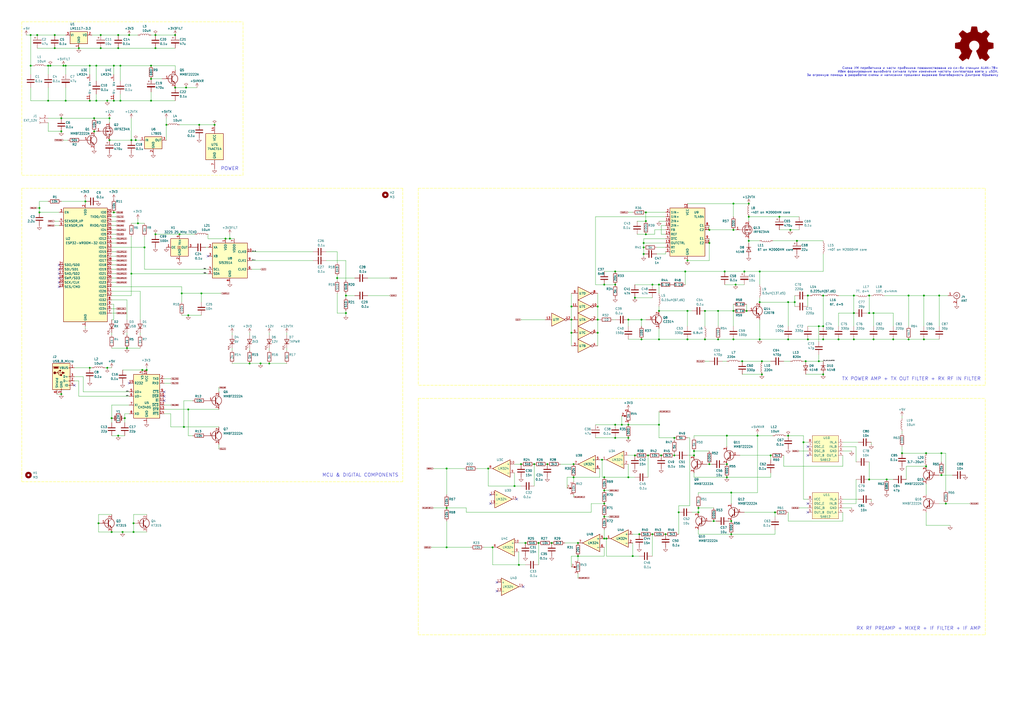
<source format=kicad_sch>
(kicad_sch (version 20211123) (generator eeschema)
  (paper "A2")
  (title_block (title "CB Modem") (date "2022-11-17") (rev "beta 2.3") (company "indir"))
  (junction (at 391.16 264.16))
  (junction (at 350.52 165.1))
  (junction (at 414.02 302.26))
  (junction (at 462.28 139.7))
  (junction (at 29.21 38.1))
  (junction (at 350.52 299.72))
  (junction (at 461.01 175.26))
  (junction (at 514.35 278.13))
  (junction (at 439.42 252.73))
  (junction (at 477.52 217.17))
  (junction (at 309.88 269.24))
  (junction (at 544.83 171.45))
  (junction (at 382.27 196.85))
  (junction (at 80.01 129.54))
  (junction (at 346.71 193.04))
  (junction (at 35.56 228.6))
  (junction (at 83.82 143.51))
  (junction (at 374.65 123.19))
  (junction (at 72.39 242.57))
  (junction (at 411.48 269.24))
  (junction (at 304.8 314.96))
  (junction (at 506.73 196.85))
  (junction (at 504.19 181.61))
  (junction (at 312.42 314.96))
  (junction (at 398.78 196.85))
  (junction (at 52.07 213.36))
  (junction (at 90.17 135.89))
  (junction (at 21.59 20.32))
  (junction (at 69.85 58.42))
  (junction (at 63.5 68.58))
  (junction (at 421.64 276.86))
  (junction (at 468.63 196.85))
  (junction (at 434.34 125.73))
  (junction (at 124.46 72.39))
  (junction (at 259.08 294.64))
  (junction (at 398.78 151.13))
  (junction (at 374.65 135.89))
  (junction (at 335.28 314.96))
  (junction (at 74.93 20.32))
  (junction (at 76.2 81.28))
  (junction (at 82.55 214.63))
  (junction (at 66.04 58.42))
  (junction (at 36.83 38.1))
  (junction (at 431.8 157.48))
  (junction (at 350.52 292.1))
  (junction (at 397.51 157.48))
  (junction (at 441.96 217.17))
  (junction (at 398.78 180.34))
  (junction (at 331.47 185.42))
  (junction (at 434.34 118.11))
  (junction (at 370.84 309.88))
  (junction (at 408.94 196.85))
  (junction (at 54.61 68.58))
  (junction (at 368.3 172.72))
  (junction (at 49.53 116.84))
  (junction (at 130.81 138.43))
  (junction (at 477.52 196.85))
  (junction (at 346.71 185.42))
  (junction (at 452.12 125.73))
  (junction (at 45.72 27.94))
  (junction (at 109.22 182.88))
  (junction (at 87.63 45.72))
  (junction (at 424.18 309.88))
  (junction (at 54.61 76.2))
  (junction (at 64.77 308.61))
  (junction (at 356.87 254))
  (junction (at 356.87 165.1))
  (junction (at 300.99 327.66))
  (junction (at 504.19 278.13))
  (junction (at 62.23 58.42))
  (junction (at 433.07 180.34))
  (junction (at 22.86 120.65))
  (junction (at 73.66 201.93))
  (junction (at 495.3 196.85))
  (junction (at 373.38 140.97))
  (junction (at 486.41 196.85))
  (junction (at 107.95 50.8))
  (junction (at 434.34 139.7))
  (junction (at 364.49 276.86))
  (junction (at 441.96 209.55))
  (junction (at 68.58 27.94))
  (junction (at 382.27 180.34))
  (junction (at 368.3 264.16))
  (junction (at 63.5 81.28))
  (junction (at 527.05 171.45))
  (junction (at 52.07 58.42))
  (junction (at 474.98 209.55))
  (junction (at 77.47 308.61))
  (junction (at 506.73 181.61))
  (junction (at 425.45 180.34))
  (junction (at 537.21 262.89))
  (junction (at 133.35 138.43))
  (junction (at 440.69 157.48))
  (junction (at 195.58 161.29))
  (junction (at 440.69 196.85))
  (junction (at 535.94 196.85))
  (junction (at 17.78 20.32))
  (junction (at 52.07 38.1))
  (junction (at 372.11 185.42))
  (junction (at 421.64 252.73))
  (junction (at 317.5 269.24))
  (junction (at 393.7 297.18))
  (junction (at 349.25 266.7))
  (junction (at 405.13 297.18))
  (junction (at 364.49 185.42))
  (junction (at 424.18 285.75))
  (junction (at 477.52 171.45))
  (junction (at 87.63 58.42))
  (junction (at 383.54 264.16))
  (junction (at 332.74 276.86))
  (junction (at 402.59 264.16))
  (junction (at 55.88 58.42))
  (junction (at 457.2 252.73))
  (junction (at 408.94 180.34))
  (junction (at 356.87 157.48))
  (junction (at 64.77 242.57))
  (junction (at 386.08 309.88))
  (junction (at 101.6 20.32))
  (junction (at 104.14 135.89))
  (junction (at 259.08 271.78))
  (junction (at 504.19 171.45))
  (junction (at 425.45 133.35))
  (junction (at 298.45 281.94))
  (junction (at 335.28 322.58))
  (junction (at 346.71 177.8))
  (junction (at 57.15 303.53))
  (junction (at 426.72 165.1))
  (junction (at 283.21 271.78))
  (junction (at 425.45 118.11))
  (junction (at 331.47 193.04))
  (junction (at 425.45 196.85))
  (junction (at 364.49 246.38))
  (junction (at 105.41 170.18))
  (junction (at 477.52 189.23))
  (junction (at 495.3 171.45))
  (junction (at 535.94 171.45))
  (junction (at 458.47 133.35))
  (junction (at 77.47 303.53))
  (junction (at 468.63 171.45))
  (junction (at 144.78 210.82))
  (junction (at 440.69 175.26))
  (junction (at 55.88 38.1))
  (junction (at 416.56 180.34))
  (junction (at 467.36 209.55))
  (junction (at 35.56 76.2))
  (junction (at 22.86 123.19))
  (junction (at 537.21 270.51))
  (junction (at 523.24 262.89))
  (junction (at 58.42 27.94))
  (junction (at 424.18 302.26))
  (junction (at 17.78 38.1))
  (junction (at 382.27 165.1))
  (junction (at 302.26 269.24))
  (junction (at 402.59 261.62))
  (junction (at 430.53 209.55))
  (junction (at 495.3 181.61))
  (junction (at 27.94 38.1))
  (junction (at 71.12 308.61))
  (junction (at 78.74 81.28))
  (junction (at 69.85 38.1))
  (junction (at 350.52 284.48))
  (junction (at 62.23 213.36))
  (junction (at 350.52 276.86))
  (junction (at 68.58 252.73))
  (junction (at 151.13 210.82))
  (junction (at 156.21 210.82))
  (junction (at 457.2 196.85))
  (junction (at 66.04 38.1))
  (junction (at 87.63 38.1))
  (junction (at 259.08 317.5))
  (junction (at 416.56 196.85))
  (junction (at 457.2 175.26))
  (junction (at 546.1 275.59))
  (junction (at 405.13 294.64))
  (junction (at 350.52 312.42))
  (junction (at 391.16 254))
  (junction (at 447.04 264.16))
  (junction (at 449.58 297.18))
  (junction (at 474.98 189.23))
  (junction (at 90.17 20.32))
  (junction (at 85.09 214.63))
  (junction (at 76.2 158.75))
  (junction (at 106.68 247.65))
  (junction (at 548.64 292.1))
  (junction (at 109.22 237.49))
  (junction (at 351.79 312.42))
  (junction (at 364.49 254))
  (junction (at 200.66 171.45))
  (junction (at 411.48 133.35))
  (junction (at 116.84 170.18))
  (junction (at 373.38 147.32))
  (junction (at 375.92 264.16))
  (junction (at 101.6 50.8))
  (junction (at 38.1 38.1))
  (junction (at 68.58 20.32))
  (junction (at 527.05 196.85))
  (junction (at 367.03 322.58))
  (junction (at 38.1 58.42))
  (junction (at 356.87 246.38))
  (junction (at 466.09 256.54))
  (junction (at 115.57 72.39))
  (junction (at 546.1 262.89))
  (junction (at 372.11 196.85))
  (junction (at 331.47 177.8))
  (junction (at 373.38 143.51))
  (junction (at 360.68 246.38))
  (junction (at 90.17 27.94))
  (junction (at 518.16 196.85))
  (junction (at 58.42 20.32))
  (junction (at 285.75 317.5))
  (junction (at 35.56 68.58))
  (junction (at 66.04 123.19))
  (junction (at 374.65 128.27))
  (junction (at 378.46 165.1))
  (junction (at 378.46 309.88))
  (junction (at 96.52 72.39))
  (junction (at 320.04 314.96))
  (junction (at 31.75 20.32))
  (junction (at 420.37 157.48))
  (junction (at 382.27 246.38))
  (junction (at 27.94 58.42))
  (junction (at 31.75 27.94))
  (junction (at 421.64 269.24))
  (junction (at 332.74 269.24))
  (junction (at 200.66 181.61))
  (junction (at 411.48 140.97))
  (no_connect (at 34.29 158.75))
  (no_connect (at 34.29 156.21))
  (no_connect (at 34.29 166.37))
  (no_connect (at 288.29 337.82))
  (no_connect (at 284.48 287.02))
  (no_connect (at 34.29 153.67))
  (no_connect (at 468.63 292.1))
  (no_connect (at 468.63 259.08))
  (no_connect (at 95.25 232.41))
  (no_connect (at 303.53 340.36))
  (no_connect (at 468.63 264.16))
  (no_connect (at 120.65 148.59))
  (no_connect (at 34.29 161.29))
  (no_connect (at 43.18 223.52))
  (no_connect (at 299.72 289.56))
  (no_connect (at 95.25 227.33))
  (no_connect (at 288.29 342.9))
  (no_connect (at 34.29 163.83))
  (no_connect (at 74.93 222.25))
  (no_connect (at 95.25 229.87))
  (no_connect (at 284.48 292.1))
  (no_connect (at 468.63 297.18))
  (wire (pts (xy 488.95 264.16) (xy 488.95 270.51)))
  (wire (pts (xy 195.58 161.29) (xy 205.74 161.29)))
  (wire (pts (xy 506.73 181.61) (xy 504.19 181.61)))
  (wire (pts (xy 200.66 171.45) (xy 200.66 172.72)))
  (wire (pts (xy 494.03 261.62) (xy 488.95 261.62)))
  (wire (pts (xy 38.1 50.8) (xy 38.1 58.42)))
  (wire (pts (xy 195.58 161.29) (xy 195.58 162.56)))
  (wire (pts (xy 105.41 166.37) (xy 105.41 170.18)))
  (wire (pts (xy 368.3 276.86) (xy 364.49 276.86)))
  (wire (pts (xy 350.52 299.72) (xy 353.06 299.72)))
  (wire (pts (xy 430.53 209.55) (xy 441.96 209.55)))
  (wire (pts (xy 514.35 278.13) (xy 518.16 278.13)))
  (wire (pts (xy 350.52 284.48) (xy 353.06 284.48)))
  (wire (pts (xy 35.56 116.84) (xy 49.53 116.84)))
  (wire (pts (xy 76.2 158.75) (xy 120.65 158.75)))
  (wire (pts (xy 457.2 302.26) (xy 488.95 302.26)))
  (wire (pts (xy 421.64 252.73) (xy 439.42 252.73)))
  (wire (pts (xy 430.53 217.17) (xy 441.96 217.17)))
  (wire (pts (xy 370.84 309.88) (xy 367.03 309.88)))
  (wire (pts (xy 429.26 209.55) (xy 430.53 209.55)))
  (wire (pts (xy 544.83 189.23) (xy 544.83 171.45)))
  (wire (pts (xy 127 247.65) (xy 106.68 247.65)))
  (wire (pts (xy 285.75 317.5) (xy 285.75 327.66)))
  (wire (pts (xy 425.45 133.35) (xy 426.72 133.35)))
  (wire (pts (xy 31.75 128.27) (xy 34.29 128.27)))
  (wire (pts (xy 64.77 138.43) (xy 67.31 138.43)))
  (wire (pts (xy 364.49 276.86) (xy 350.52 276.86)))
  (wire (pts (xy 382.27 190.5) (xy 382.27 196.85)))
  (wire (pts (xy 546.1 262.89) (xy 546.1 267.97)))
  (wire (pts (xy 537.21 304.8) (xy 551.18 304.8)))
  (wire (pts (xy 69.85 54.61) (xy 69.85 58.42)))
  (wire (pts (xy 60.96 213.36) (xy 62.23 213.36)))
  (wire (pts (xy 76.2 158.75) (xy 76.2 171.45)))
  (wire (pts (xy 398.78 180.34) (xy 382.27 180.34)))
  (wire (pts (xy 495.3 171.45) (xy 495.3 181.61)))
  (wire (pts (xy 45.72 27.94) (xy 58.42 27.94)))
  (wire (pts (xy 447.04 274.32) (xy 447.04 276.86)))
  (wire (pts (xy 64.77 148.59) (xy 67.31 148.59)))
  (wire (pts (xy 382.27 177.8) (xy 382.27 180.34)))
  (wire (pts (xy 457.2 175.26) (xy 440.69 175.26)))
  (wire (pts (xy 429.26 264.16) (xy 447.04 264.16)))
  (wire (pts (xy 477.52 196.85) (xy 486.41 196.85)))
  (wire (pts (xy 537.21 270.51) (xy 525.78 270.51)))
  (wire (pts (xy 332.74 276.86) (xy 347.98 276.86)))
  (wire (pts (xy 350.52 157.48) (xy 356.87 157.48)))
  (wire (pts (xy 45.72 229.87) (xy 74.93 229.87)))
  (wire (pts (xy 17.78 20.32) (xy 21.59 20.32)))
  (wire (pts (xy 523.24 259.08) (xy 523.24 262.89)))
  (wire (pts (xy 62.23 213.36) (xy 64.77 213.36)))
  (wire (pts (xy 17.78 58.42) (xy 17.78 50.8)))
  (wire (pts (xy 309.88 269.24) (xy 309.88 281.94)))
  (wire (pts (xy 64.77 128.27) (xy 67.31 128.27)))
  (wire (pts (xy 87.63 45.72) (xy 93.98 45.72)))
  (wire (pts (xy 393.7 297.18) (xy 393.7 309.88)))
  (wire (pts (xy 397.51 157.48) (xy 420.37 157.48)))
  (wire (pts (xy 64.77 140.97) (xy 67.31 140.97)))
  (wire (pts (xy 64.77 153.67) (xy 67.31 153.67)))
  (wire (pts (xy 488.95 259.08) (xy 496.57 259.08)))
  (wire (pts (xy 356.87 246.38) (xy 360.68 246.38)))
  (wire (pts (xy 107.95 50.8) (xy 101.6 50.8)))
  (wire (pts (xy 66.04 123.19) (xy 67.31 123.19)))
  (wire (pts (xy 488.95 289.56) (xy 497.84 289.56)))
  (wire (pts (xy 54.61 76.2) (xy 55.88 76.2)))
  (wire (pts (xy 144.78 193.04) (xy 144.78 194.31)))
  (wire (pts (xy 440.69 165.1) (xy 440.69 157.48)))
  (wire (pts (xy 477.52 157.48) (xy 440.69 157.48)))
  (wire (pts (xy 537.21 262.89) (xy 546.1 262.89)))
  (wire (pts (xy 302.26 269.24) (xy 298.45 269.24)))
  (wire (pts (xy 195.58 160.02) (xy 195.58 161.29)))
  (wire (pts (xy 349.25 266.7) (xy 347.98 266.7)))
  (wire (pts (xy 134.62 210.82) (xy 144.78 210.82)))
  (wire (pts (xy 120.65 135.89) (xy 120.65 138.43)))
  (wire (pts (xy 33.02 228.6) (xy 35.56 228.6)))
  (wire (pts (xy 504.19 171.45) (xy 505.46 171.45)))
  (wire (pts (xy 495.3 196.85) (xy 506.73 196.85)))
  (wire (pts (xy 391.16 262.89) (xy 391.16 264.16)))
  (wire (pts (xy 64.77 194.31) (xy 64.77 193.04)))
  (wire (pts (xy 474.98 189.23) (xy 477.52 189.23)))
  (wire (pts (xy 156.21 201.93) (xy 156.21 203.2)))
  (wire (pts (xy 405.13 309.88) (xy 424.18 309.88)))
  (wire (pts (xy 259.08 317.5) (xy 273.05 317.5)))
  (wire (pts (xy 166.37 193.04) (xy 166.37 194.31)))
  (wire (pts (xy 350.52 307.34) (xy 350.52 312.42)))
  (wire (pts (xy 213.36 171.45) (xy 226.06 171.45)))
  (wire (pts (xy 17.78 58.42) (xy 27.94 58.42)))
  (wire (pts (xy 64.77 308.61) (xy 57.15 308.61)))
  (polyline (pts (xy 12.7 12.7) (xy 12.7 101.6)) (stroke (width 0) (color 255 255 0 1)))
  (wire (pts (xy 466.09 209.55) (xy 467.36 209.55)))
  (wire (pts (xy 346.71 177.8) (xy 346.71 185.42)))
  (wire (pts (xy 356.87 246.38) (xy 345.44 246.38)))
  (wire (pts (xy 90.17 20.32) (xy 101.6 20.32)))
  (wire (pts (xy 468.63 196.85) (xy 477.52 196.85)))
  (wire (pts (xy 76.2 137.16) (xy 76.2 158.75)))
  (wire (pts (xy 383.54 135.89) (xy 386.08 135.89)))
  (wire (pts (xy 64.77 151.13) (xy 67.31 151.13)))
  (wire (pts (xy 105.41 175.26) (xy 105.41 170.18)))
  (wire (pts (xy 455.93 252.73) (xy 457.2 252.73)))
  (wire (pts (xy 505.46 289.56) (xy 505.46 290.83)))
  (wire (pts (xy 441.96 209.55) (xy 447.04 209.55)))
  (wire (pts (xy 345.44 125.73) (xy 386.08 125.73)))
  (wire (pts (xy 331.47 177.8) (xy 331.47 185.42)))
  (wire (pts (xy 64.77 173.99) (xy 73.66 173.99)))
  (wire (pts (xy 527.05 171.45) (xy 513.08 171.45)))
  (wire (pts (xy 259.08 271.78) (xy 269.24 271.78)))
  (wire (pts (xy 360.68 241.3) (xy 360.68 246.38)))
  (wire (pts (xy 49.53 189.23) (xy 49.53 190.5)))
  (wire (pts (xy 402.59 252.73) (xy 402.59 254)))
  (wire (pts (xy 250.19 317.5) (xy 259.08 317.5)))
  (wire (pts (xy 431.8 165.1) (xy 426.72 165.1)))
  (wire (pts (xy 99.06 247.65) (xy 99.06 240.03)))
  (wire (pts (xy 328.93 283.21) (xy 328.93 276.86)))
  (wire (pts (xy 83.82 143.51) (xy 83.82 156.21)))
  (wire (pts (xy 48.26 227.33) (xy 74.93 227.33)))
  (wire (pts (xy 386.08 147.32) (xy 386.08 146.05)))
  (wire (pts (xy 505.46 256.54) (xy 505.46 257.81)))
  (wire (pts (xy 259.08 287.02) (xy 259.08 271.78)))
  (wire (pts (xy 87.63 20.32) (xy 90.17 20.32)))
  (wire (pts (xy 85.09 214.63) (xy 82.55 214.63)))
  (wire (pts (xy 101.6 58.42) (xy 87.63 58.42)))
  (wire (pts (xy 434.34 125.73) (xy 452.12 125.73)))
  (wire (pts (xy 424.18 285.75) (xy 405.13 285.75)))
  (wire (pts (xy 58.42 20.32) (xy 68.58 20.32)))
  (wire (pts (xy 398.78 118.11) (xy 425.45 118.11)))
  (wire (pts (xy 68.58 252.73) (xy 64.77 252.73)))
  (wire (pts (xy 548.64 292.1) (xy 544.83 292.1)))
  (wire (pts (xy 374.65 123.19) (xy 386.08 123.19)))
  (wire (pts (xy 386.08 140.97) (xy 373.38 140.97)))
  (wire (pts (xy 504.19 278.13) (xy 514.35 278.13)))
  (wire (pts (xy 477.52 171.45) (xy 477.52 189.23)))
  (wire (pts (xy 331.47 328.93) (xy 331.47 322.58)))
  (wire (pts (xy 439.42 285.75) (xy 439.42 252.73)))
  (wire (pts (xy 31.75 130.81) (xy 34.29 130.81)))
  (wire (pts (xy 398.78 189.23) (xy 398.78 180.34)))
  (wire (pts (xy 546.1 275.59) (xy 552.45 275.59)))
  (wire (pts (xy 495.3 181.61) (xy 495.3 189.23)))
  (wire (pts (xy 116.84 170.18) (xy 128.27 170.18)))
  (wire (pts (xy 405.13 294.64) (xy 405.13 297.18)))
  (wire (pts (xy 468.63 177.8) (xy 468.63 171.45)))
  (wire (pts (xy 95.25 234.95) (xy 99.06 234.95)))
  (wire (pts (xy 346.71 170.18) (xy 346.71 177.8)))
  (wire (pts (xy 548.64 284.48) (xy 548.64 262.89)))
  (polyline (pts (xy 233.68 109.22) (xy 233.68 279.4)) (stroke (width 0) (color 255 255 0 1)))
  (wire (pts (xy 544.83 171.45) (xy 535.94 171.45)))
  (wire (pts (xy 200.66 181.61) (xy 200.66 182.88)))
  (wire (pts (xy 370.84 322.58) (xy 367.03 322.58)))
  (wire (pts (xy 461.01 175.26) (xy 461.01 171.45)))
  (wire (pts (xy 332.74 287.02) (xy 332.74 288.29)))
  (wire (pts (xy 259.08 302.26) (xy 259.08 317.5)))
  (wire (pts (xy 64.77 130.81) (xy 67.31 130.81)))
  (wire (pts (xy 64.77 185.42) (xy 66.04 185.42)))
  (wire (pts (xy 115.57 72.39) (xy 124.46 72.39)))
  (wire (pts (xy 368.3 172.72) (xy 378.46 172.72)))
  (wire (pts (xy 87.63 53.34) (xy 87.63 58.42)))
  (wire (pts (xy 462.28 139.7) (xy 477.52 139.7)))
  (wire (pts (xy 73.66 173.99) (xy 73.66 185.42)))
  (wire (pts (xy 412.75 269.24) (xy 411.48 269.24)))
  (wire (pts (xy 81.28 194.31) (xy 81.28 193.04)))
  (wire (pts (xy 506.73 181.61) (xy 518.16 181.61)))
  (wire (pts (xy 95.25 222.25) (xy 99.06 222.25)))
  (polyline (pts (xy 140.97 101.6) (xy 140.97 12.7)) (stroke (width 0) (color 255 255 0 1)))
  (wire (pts (xy 156.21 193.04) (xy 156.21 194.31)))
  (wire (pts (xy 401.32 180.34) (xy 398.78 180.34)))
  (wire (pts (xy 494.03 294.64) (xy 488.95 294.64)))
  (wire (pts (xy 64.77 156.21) (xy 67.31 156.21)))
  (wire (pts (xy 360.68 246.38) (xy 364.49 246.38)))
  (wire (pts (xy 463.55 294.64) (xy 468.63 294.64)))
  (wire (pts (xy 457.2 297.18) (xy 457.2 302.26)))
  (wire (pts (xy 467.36 217.17) (xy 477.52 217.17)))
  (wire (pts (xy 416.56 189.23) (xy 416.56 180.34)))
  (wire (pts (xy 64.77 166.37) (xy 105.41 166.37)))
  (wire (pts (xy 535.94 189.23) (xy 535.94 171.45)))
  (wire (pts (xy 449.58 307.34) (xy 449.58 309.88)))
  (wire (pts (xy 66.04 38.1) (xy 69.85 38.1)))
  (wire (pts (xy 111.76 232.41) (xy 106.68 232.41)))
  (wire (pts (xy 466.09 289.56) (xy 466.09 256.54)))
  (wire (pts (xy 127 224.79) (xy 127 227.33)))
  (wire (pts (xy 414.02 294.64) (xy 405.13 294.64)))
  (wire (pts (xy 537.21 304.8) (xy 537.21 297.18)))
  (wire (pts (xy 53.34 20.32) (xy 58.42 20.32)))
  (wire (pts (xy 119.38 143.51) (xy 120.65 143.51)))
  (polyline (pts (xy 571.5 223.52) (xy 242.57 223.52)) (stroke (width 0) (color 255 255 0 1)))
  (wire (pts (xy 55.88 38.1) (xy 66.04 38.1)))
  (wire (pts (xy 469.9 171.45) (xy 468.63 171.45)))
  (wire (pts (xy 408.94 189.23) (xy 408.94 180.34)))
  (wire (pts (xy 405.13 297.18) (xy 401.32 297.18)))
  (wire (pts (xy 81.28 168.91) (xy 81.28 185.42)))
  (wire (pts (xy 351.79 312.42) (xy 350.52 312.42)))
  (wire (pts (xy 411.48 151.13) (xy 398.78 151.13)))
  (wire (pts (xy 440.69 185.42) (xy 440.69 196.85)))
  (wire (pts (xy 439.42 252.73) (xy 448.31 252.73)))
  (wire (pts (xy 375.92 264.16) (xy 375.92 276.86)))
  (wire (pts (xy 298.45 274.32) (xy 298.45 281.94)))
  (wire (pts (xy 57.15 308.61) (xy 57.15 303.53)))
  (wire (pts (xy 144.78 210.82) (xy 151.13 210.82)))
  (wire (pts (xy 454.66 264.16) (xy 454.66 270.51)))
  (wire (pts (xy 58.42 27.94) (xy 68.58 27.94)))
  (wire (pts (xy 64.77 168.91) (xy 81.28 168.91)))
  (wire (pts (xy 402.59 264.16) (xy 398.78 264.16)))
  (wire (pts (xy 27.94 76.2) (xy 35.56 76.2)))
  (wire (pts (xy 504.19 181.61) (xy 504.19 171.45)))
  (wire (pts (xy 64.77 125.73) (xy 67.31 125.73)))
  (wire (pts (xy 421.64 252.73) (xy 402.59 252.73)))
  (wire (pts (xy 29.21 38.1) (xy 36.83 38.1)))
  (wire (pts (xy 335.28 332.74) (xy 335.28 335.28)))
  (wire (pts (xy 304.8 314.96) (xy 300.99 314.96)))
  (wire (pts (xy 64.77 298.45) (xy 57.15 298.45)))
  (wire (pts (xy 63.5 81.28) (xy 76.2 81.28)))
  (wire (pts (xy 382.27 128.27) (xy 386.08 128.27)))
  (wire (pts (xy 440.69 196.85) (xy 457.2 196.85)))
  (wire (pts (xy 369.57 135.89) (xy 374.65 135.89)))
  (wire (pts (xy 55.88 38.1) (xy 55.88 46.99)))
  (wire (pts (xy 22.86 120.65) (xy 22.86 123.19)))
  (wire (pts (xy 78.74 81.28) (xy 76.2 81.28)))
  (wire (pts (xy 52.07 213.36) (xy 53.34 213.36)))
  (polyline (pts (xy 242.57 231.14) (xy 571.5 231.14)) (stroke (width 0) (color 255 255 0 1)))
  (wire (pts (xy 300.99 320.04) (xy 300.99 327.66)))
  (wire (pts (xy 331.47 170.18) (xy 331.47 177.8)))
  (polyline (pts (xy 12.7 101.6) (xy 140.97 101.6)) (stroke (width 0) (color 255 255 0 1)))
  (wire (pts (xy 27.94 116.84) (xy 22.86 116.84)))
  (wire (pts (xy 64.77 234.95) (xy 64.77 242.57)))
  (wire (pts (xy 381 147.32) (xy 386.08 147.32)))
  (wire (pts (xy 64.77 146.05) (xy 67.31 146.05)))
  (wire (pts (xy 52.07 38.1) (xy 55.88 38.1)))
  (wire (pts (xy 195.58 170.18) (xy 195.58 181.61)))
  (wire (pts (xy 391.16 254) (xy 391.16 255.27)))
  (wire (pts (xy 27.94 38.1) (xy 26.67 38.1)))
  (wire (pts (xy 302.26 185.42) (xy 316.23 185.42)))
  (wire (pts (xy 527.05 189.23) (xy 527.05 171.45)))
  (wire (pts (xy 372.11 185.42) (xy 374.65 185.42)))
  (wire (pts (xy 372.11 189.23) (xy 372.11 185.42)))
  (wire (pts (xy 111.76 252.73) (xy 109.22 252.73)))
  (wire (pts (xy 457.2 196.85) (xy 468.63 196.85)))
  (wire (pts (xy 64.77 181.61) (xy 67.31 181.61)))
  (wire (pts (xy 379.73 133.35) (xy 386.08 133.35)))
  (wire (pts (xy 374.65 123.19) (xy 374.65 128.27)))
  (wire (pts (xy 74.93 20.32) (xy 80.01 20.32)))
  (wire (pts (xy 478.79 171.45) (xy 477.52 171.45)))
  (wire (pts (xy 81.28 201.93) (xy 73.66 201.93)))
  (wire (pts (xy 405.13 285.75) (xy 405.13 287.02)))
  (wire (pts (xy 52.07 58.42) (xy 55.88 58.42)))
  (wire (pts (xy 134.62 201.93) (xy 134.62 203.2)))
  (wire (pts (xy 66.04 58.42) (xy 69.85 58.42)))
  (wire (pts (xy 415.29 302.26) (xy 414.02 302.26)))
  (wire (pts (xy 454.66 270.51) (xy 488.95 270.51)))
  (wire (pts (xy 213.36 161.29) (xy 226.06 161.29)))
  (wire (pts (xy 200.66 170.18) (xy 200.66 171.45)))
  (wire (pts (xy 506.73 189.23) (xy 506.73 181.61)))
  (wire (pts (xy 21.59 120.65) (xy 22.86 120.65)))
  (wire (pts (xy 411.48 209.55) (xy 408.94 209.55)))
  (wire (pts (xy 397.51 157.48) (xy 397.51 165.1)))
  (wire (pts (xy 22.86 116.84) (xy 22.86 120.65)))
  (wire (pts (xy 101.6 38.1) (xy 101.6 40.64)))
  (wire (pts (xy 166.37 201.93) (xy 166.37 203.2)))
  (polyline (pts (xy 242.57 109.22) (xy 571.5 109.22)) (stroke (width 0) (color 255 255 0 1)))
  (wire (pts (xy 420.37 165.1) (xy 426.72 165.1)))
  (wire (pts (xy 364.49 269.24) (xy 364.49 276.86)))
  (wire (pts (xy 431.8 297.18) (xy 449.58 297.18)))
  (wire (pts (xy 327.66 314.96) (xy 335.28 314.96)))
  (polyline (pts (xy 242.57 368.3) (xy 571.5 368.3)) (stroke (width 0) (color 255 255 0 1)))
  (wire (pts (xy 156.21 210.82) (xy 166.37 210.82)))
  (wire (pts (xy 424.18 309.88) (xy 449.58 309.88)))
  (wire (pts (xy 45.72 27.94) (xy 31.75 27.94)))
  (wire (pts (xy 283.21 281.94) (xy 298.45 281.94)))
  (wire (pts (xy 411.48 133.35) (xy 425.45 133.35)))
  (wire (pts (xy 133.35 138.43) (xy 130.81 138.43)))
  (wire (pts (xy 99.06 240.03) (xy 95.25 240.03)))
  (wire (pts (xy 518.16 196.85) (xy 527.05 196.85)))
  (wire (pts (xy 76.2 171.45) (xy 64.77 171.45)))
  (wire (pts (xy 398.78 254) (xy 400.05 254)))
  (wire (pts (xy 386.08 130.81) (xy 383.54 130.81)))
  (wire (pts (xy 195.58 146.05) (xy 195.58 152.4)))
  (wire (pts (xy 448.31 139.7) (xy 462.28 139.7)))
  (wire (pts (xy 458.47 133.35) (xy 463.55 133.35)))
  (wire (pts (xy 355.6 185.42) (xy 356.87 185.42)))
  (wire (pts (xy 373.38 143.51) (xy 373.38 147.32)))
  (wire (pts (xy 27.94 68.58) (xy 35.56 68.58)))
  (wire (pts (xy 90.17 27.94) (xy 101.6 27.94)))
  (wire (pts (xy 64.77 135.89) (xy 67.31 135.89)))
  (wire (pts (xy 468.63 256.54) (xy 466.09 256.54)))
  (wire (pts (xy 106.68 247.65) (xy 99.06 247.65)))
  (wire (pts (xy 364.49 246.38) (xy 382.27 246.38)))
  (wire (pts (xy 364.49 123.19) (xy 367.03 123.19)))
  (wire (pts (xy 85.09 308.61) (xy 77.47 308.61)))
  (wire (pts (xy 304.8 327.66) (xy 300.99 327.66)))
  (wire (pts (xy 134.62 193.04) (xy 134.62 194.31)))
  (wire (pts (xy 382.27 165.1) (xy 378.46 165.1)))
  (wire (pts (xy 96.52 72.39) (xy 96.52 81.28)))
  (polyline (pts (xy 12.7 12.7) (xy 140.97 12.7)) (stroke (width 0) (color 255 255 0 1)))
  (wire (pts (xy 372.11 196.85) (xy 382.27 196.85)))
  (wire (pts (xy 434.34 139.7) (xy 434.34 140.97)))
  (wire (pts (xy 72.39 240.03) (xy 74.93 240.03)))
  (wire (pts (xy 452.12 133.35) (xy 458.47 133.35)))
  (wire (pts (xy 63.5 68.58) (xy 63.5 71.12)))
  (wire (pts (xy 474.98 209.55) (xy 477.52 209.55)))
  (wire (pts (xy 48.26 218.44) (xy 48.26 227.33)))
  (wire (pts (xy 431.8 157.48) (xy 440.69 157.48)))
  (wire (pts (xy 434.34 139.7) (xy 440.69 139.7)))
  (wire (pts (xy 325.12 269.24) (xy 332.74 269.24)))
  (wire (pts (xy 189.23 146.05) (xy 195.58 146.05)))
  (wire (pts (xy 548.64 292.1) (xy 562.61 292.1)))
  (wire (pts (xy 356.87 254) (xy 345.44 254)))
  (wire (pts (xy 504.19 267.97) (xy 504.19 278.13)))
  (wire (pts (xy 73.66 194.31) (xy 73.66 193.04)))
  (wire (pts (xy 468.63 289.56) (xy 466.09 289.56)))
  (wire (pts (xy 27.94 43.18) (xy 27.94 38.1)))
  (wire (pts (xy 64.77 143.51) (xy 83.82 143.51)))
  (wire (pts (xy 21.59 20.32) (xy 31.75 20.32)))
  (wire (pts (xy 486.41 196.85) (xy 495.3 196.85)))
  (wire (pts (xy 335.28 322.58) (xy 335.28 325.12)))
  (wire (pts (xy 457.2 252.73) (xy 466.09 252.73)))
  (wire (pts (xy 347.98 185.42) (xy 346.71 185.42)))
  (wire (pts (xy 433.07 176.53) (xy 433.07 180.34)))
  (wire (pts (xy 544.83 171.45) (xy 549.91 171.45)))
  (wire (pts (xy 386.08 138.43) (xy 373.38 138.43)))
  (wire (pts (xy 468.63 261.62) (xy 463.55 261.62)))
  (wire (pts (xy 106.68 232.41) (xy 106.68 247.65)))
  (wire (pts (xy 38.1 43.18) (xy 38.1 38.1)))
  (wire (pts (xy 421.64 269.24) (xy 420.37 269.24)))
  (wire (pts (xy 49.53 116.84) (xy 49.53 118.11)))
  (wire (pts (xy 64.77 161.29) (xy 67.31 161.29)))
  (wire (pts (xy 90.17 135.89) (xy 104.14 135.89)))
  (wire (pts (xy 364.49 196.85) (xy 372.11 196.85)))
  (wire (pts (xy 55.88 58.42) (xy 62.23 58.42)))
  (wire (pts (xy 36.83 38.1) (xy 38.1 38.1)))
  (wire (pts (xy 408.94 196.85) (xy 416.56 196.85)))
  (wire (pts (xy 372.11 185.42) (xy 364.49 185.42)))
  (wire (pts (xy 350.52 292.1) (xy 342.9 292.1)))
  (wire (pts (xy 502.92 181.61) (xy 504.19 181.61)))
  (wire (pts (xy 546.1 275.59) (xy 544.83 275.59)))
  (wire (pts (xy 64.77 163.83) (xy 67.31 163.83)))
  (wire (pts (xy 27.94 58.42) (xy 27.94 50.8)))
  (wire (pts (xy 74.93 234.95) (xy 64.77 234.95)))
  (wire (pts (xy 328.93 276.86) (xy 332.74 276.86)))
  (wire (pts (xy 439.42 251.46) (xy 439.42 252.73)))
  (wire (pts (xy 402.59 274.32) (xy 402.59 276.86)))
  (wire (pts (xy 488.95 256.54) (xy 497.84 256.54)))
  (wire (pts (xy 393.7 293.37) (xy 393.7 297.18)))
  (wire (pts (xy 22.86 123.19) (xy 34.29 123.19)))
  (wire (pts (xy 151.13 210.82) (xy 156.21 210.82)))
  (wire (pts (xy 411.48 269.24) (xy 410.21 269.24)))
  (polyline (pts (xy 571.5 368.3) (xy 571.5 231.14)) (stroke (width 0) (color 255 255 0 1)))
  (wire (pts (xy 349.25 276.86) (xy 349.25 266.7)))
  (wire (pts (xy 405.13 307.34) (xy 405.13 309.88)))
  (wire (pts (xy 83.82 137.16) (xy 83.82 143.51)))
  (wire (pts (xy 251.46 271.78) (xy 259.08 271.78)))
  (wire (pts (xy 302.26 281.94) (xy 298.45 281.94)))
  (wire (pts (xy 21.59 27.94) (xy 31.75 27.94)))
  (wire (pts (xy 486.41 189.23) (xy 486.41 181.61)))
  (wire (pts (xy 116.84 170.18) (xy 116.84 175.26)))
  (wire (pts (xy 374.65 135.89) (xy 379.73 135.89)))
  (wire (pts (xy 80.01 127) (xy 80.01 129.54)))
  (wire (pts (xy 400.05 254) (xy 400.05 293.37)))
  (wire (pts (xy 373.38 138.43) (xy 373.38 140.97)))
  (wire (pts (xy 474.98 189.23) (xy 474.98 198.12)))
  (wire (pts (xy 364.49 245.11) (xy 364.49 246.38)))
  (wire (pts (xy 424.18 302.26) (xy 422.91 302.26)))
  (wire (pts (xy 55.88 54.61) (xy 55.88 58.42)))
  (wire (pts (xy 425.45 176.53) (xy 425.45 180.34)))
  (wire (pts (xy 382.27 246.38) (xy 382.27 238.76)))
  (wire (pts (xy 345.44 125.73) (xy 345.44 165.1)))
  (wire (pts (xy 64.77 133.35) (xy 67.31 133.35)))
  (wire (pts (xy 45.72 220.98) (xy 45.72 229.87)))
  (wire (pts (xy 200.66 180.34) (xy 200.66 181.61)))
  (wire (pts (xy 76.2 68.58) (xy 76.2 81.28)))
  (wire (pts (xy 64.77 242.57) (xy 64.77 245.11)))
  (wire (pts (xy 439.42 285.75) (xy 424.18 285.75)))
  (wire (pts (xy 424.18 292.1) (xy 424.18 285.75)))
  (wire (pts (xy 52.07 38.1) (xy 52.07 43.18)))
  (wire (pts (xy 146.05 156.21) (xy 151.13 156.21)))
  (wire (pts (xy 68.58 27.94) (xy 90.17 27.94)))
  (wire (pts (xy 73.66 201.93) (xy 64.77 201.93)))
  (wire (pts (xy 402.59 261.62) (xy 402.59 264.16)))
  (wire (pts (xy 350.52 165.1) (xy 356.87 165.1)))
  (wire (pts (xy 81.28 81.28) (xy 78.74 81.28)))
  (wire (pts (xy 189.23 151.13) (xy 200.66 151.13)))
  (wire (pts (xy 69.85 58.42) (xy 87.63 58.42)))
  (wire (pts (xy 109.22 237.49) (xy 109.22 252.73)))
  (wire (pts (xy 36.83 81.28) (xy 39.37 81.28)))
  (wire (pts (xy 87.63 38.1) (xy 101.6 38.1)))
  (wire (pts (xy 496.57 278.13) (xy 496.57 292.1)))
  (wire (pts (xy 312.42 314.96) (xy 312.42 327.66)))
  (wire (pts (xy 416.56 180.34) (xy 408.94 180.34)))
  (wire (pts (xy 523.24 241.3) (xy 523.24 242.57)))
  (wire (pts (xy 77.47 303.53) (xy 77.47 298.45)))
  (wire (pts (xy 454.66 209.55) (xy 458.47 209.55)))
  (wire (pts (xy 346.71 185.42) (xy 346.71 193.04)))
  (wire (pts (xy 548.64 262.89) (xy 546.1 262.89)))
  (wire (pts (xy 43.18 220.98) (xy 45.72 220.98)))
  (wire (pts (xy 285.75 327.66) (xy 300.99 327.66)))
  (wire (pts (xy 447.04 266.7) (xy 447.04 264.16)))
  (wire (pts (xy 367.03 322.58) (xy 351.79 322.58)))
  (wire (pts (xy 17.78 38.1) (xy 17.78 20.32)))
  (wire (pts (xy 251.46 294.64) (xy 259.08 294.64)))
  (wire (pts (xy 27.94 38.1) (xy 29.21 38.1)))
  (wire (pts (xy 425.45 189.23) (xy 425.45 180.34)))
  (wire (pts (xy 351.79 322.58) (xy 351.79 312.42)))
  (wire (pts (xy 356.87 157.48) (xy 397.51 157.48)))
  (wire (pts (xy 195.58 181.61) (xy 200.66 181.61)))
  (wire (pts (xy 416.56 196.85) (xy 425.45 196.85)))
  (wire (pts (xy 369.57 128.27) (xy 374.65 128.27)))
  (wire (pts (xy 382.27 165.1) (xy 382.27 170.18)))
  (wire (pts (xy 43.18 218.44) (xy 48.26 218.44)))
  (wire (pts (xy 57.15 298.45) (xy 57.15 303.53)))
  (wire (pts (xy 461.01 177.8) (xy 461.01 175.26)))
  (wire (pts (xy 434.34 125.73) (xy 434.34 128.27)))
  (wire (pts (xy 200.66 171.45) (xy 205.74 171.45)))
  (wire (pts (xy 527.05 196.85) (xy 535.94 196.85)))
  (wire (pts (xy 496.57 292.1) (xy 488.95 292.1)))
  (wire (pts (xy 523.24 250.19) (xy 523.24 251.46)))
  (wire (pts (xy 525.78 270.51) (xy 525.78 278.13)))
  (polyline (pts (xy 12.7 109.22) (xy 12.7 279.4)) (stroke (width 0) (color 255 255 0 1)))
  (wire (pts (xy 346.71 193.04) (xy 346.71 200.66)))
  (wire (pts (xy 425.45 180.34) (xy 416.56 180.34)))
  (wire (pts (xy 66.04 38.1) (xy 66.04 43.18)))
  (wire (pts (xy 109.22 237.49) (xy 127 237.49)))
  (wire (pts (xy 466.09 256.54) (xy 466.09 252.73)))
  (wire (pts (xy 68.58 20.32) (xy 74.93 20.32)))
  (wire (pts (xy 76.2 129.54) (xy 80.01 129.54)))
  (wire (pts (xy 379.73 135.89) (xy 379.73 133.35)))
  (wire (pts (xy 331.47 322.58) (xy 335.28 322.58)))
  (wire (pts (xy 64.77 176.53) (xy 66.04 176.53)))
  (wire (pts (xy 518.16 189.23) (xy 518.16 181.61)))
  (wire (pts (xy 280.67 317.5) (xy 285.75 317.5)))
  (wire (pts (xy 144.78 201.93) (xy 144.78 203.2)))
  (wire (pts (xy 95.25 237.49) (xy 109.22 237.49)))
  (wire (pts (xy 27.94 58.42) (xy 38.1 58.42)))
  (wire (pts (xy 468.63 189.23) (xy 474.98 189.23)))
  (wire (pts (xy 105.41 170.18) (xy 116.84 170.18)))
  (wire (pts (xy 120.65 138.43) (xy 130.81 138.43)))
  (polyline (pts (xy 233.68 279.4) (xy 12.7 279.4)) (stroke (width 0) (color 255 255 0 1)))
  (wire (pts (xy 69.85 38.1) (xy 69.85 46.99)))
  (wire (pts (xy 331.47 193.04) (xy 331.47 200.66)))
  (wire (pts (xy 69.85 38.1) (xy 87.63 38.1)))
  (wire (pts (xy 402.59 276.86) (xy 421.64 276.86)))
  (wire (pts (xy 200.66 151.13) (xy 200.66 162.56)))
  (wire (pts (xy 350.52 276.86) (xy 349.25 276.86)))
  (wire (pts (xy 457.2 189.23) (xy 457.2 175.26)))
  (wire (pts (xy 461.01 175.26) (xy 457.2 175.26)))
  (wire (pts (xy 421.64 276.86) (xy 447.04 276.86)))
  (wire (pts (xy 105.41 182.88) (xy 109.22 182.88)))
  (wire (pts (xy 64.77 123.19) (xy 66.04 123.19)))
  (wire (pts (xy 411.48 261.62) (xy 402.59 261.62)))
  (wire (pts (xy 411.48 130.81) (xy 411.48 133.35)))
  (wire (pts (xy 425.45 118.11) (xy 425.45 125.73)))
  (polyline (pts (xy 242.57 231.14) (xy 242.57 368.3)) (stroke (width 0) (color 255 255 0 1)))
  (wire (pts (xy 488.95 302.26) (xy 488.95 297.18)))
  (wire (pts (xy 335.28 322.58) (xy 350.52 322.58)))
  (wire (pts (xy 523.24 262.89) (xy 537.21 262.89)))
  (wire (pts (xy 43.18 213.36) (xy 52.07 213.36)))
  (wire (pts (xy 72.39 242.57) (xy 72.39 245.11)))
  (wire (pts (xy 368.3 264.16) (xy 364.49 264.16)))
  (wire (pts (xy 64.77 179.07) (xy 67.31 179.07)))
  (wire (pts (xy 72.39 252.73) (xy 68.58 252.73)))
  (polyline (pts (xy 571.5 109.22) (xy 571.5 223.52)) (stroke (width 0) (color 255 255 0 1)))
  (wire (pts (xy 356.87 254) (xy 364.49 254)))
  (wire (pts (xy 345.44 165.1) (xy 350.52 165.1)))
  (wire (pts (xy 506.73 196.85) (xy 518.16 196.85)))
  (wire (pts (xy 535.94 171.45) (xy 527.05 171.45)))
  (wire (pts (xy 114.3 50.8) (xy 107.95 50.8)))
  (wire (pts (xy 425.45 118.11) (xy 434.34 118.11)))
  (wire (pts (xy 440.69 172.72) (xy 440.69 175.26)))
  (wire (pts (xy 347.98 276.86) (xy 347.98 271.78)))
  (wire (pts (xy 411.48 138.43) (xy 411.48 140.97)))
  (wire (pts (xy 35.56 68.58) (xy 54.61 68.58)))
  (wire (pts (xy 495.3 171.45) (xy 486.41 171.45)))
  (wire (pts (xy 64.77 158.75) (xy 67.31 158.75)))
  (wire (pts (xy 420.37 157.48) (xy 431.8 157.48)))
  (wire (pts (xy 381 143.51) (xy 386.08 143.51)))
  (wire (pts (xy 85.09 213.36) (xy 85.09 214.63)))
  (wire (pts (xy 77.47 308.61) (xy 77.47 303.53)))
  (wire (pts (xy 146.05 151.13) (xy 181.61 151.13)))
  (wire (pts (xy 38.1 58.42) (xy 52.07 58.42)))
  (wire (pts (xy 383.54 130.81) (xy 383.54 135.89)))
  (wire (pts (xy 72.39 242.57) (xy 72.39 240.03)))
  (wire (pts (xy 270.51 294.64) (xy 259.08 294.64)))
  (wire (pts (xy 135.89 138.43) (xy 133.35 138.43)))
  (wire (pts (xy 496.57 171.45) (xy 495.3 171.45)))
  (wire (pts (xy 83.82 156.21) (xy 120.65 156.21)))
  (wire (pts (xy 474.98 205.74) (xy 474.98 209.55)))
  (wire (pts (xy 486.41 181.61) (xy 495.3 181.61)))
  (wire (pts (xy 38.1 38.1) (xy 52.07 38.1)))
  (wire (pts (xy 364.49 185.42) (xy 364.49 189.23)))
  (wire (pts (xy 535.94 196.85) (xy 544.83 196.85)))
  (wire (pts (xy 378.46 309.88) (xy 378.46 322.58)))
  (wire (pts (xy 382.27 254) (xy 391.16 254)))
  (wire (pts (xy 104.14 135.89) (xy 113.03 135.89)))
  (wire (pts (xy 496.57 259.08) (xy 496.57 267.97)))
  (wire (pts (xy 477.52 147.32) (xy 477.52 157.48)))
  (wire (pts (xy 537.21 287.02) (xy 537.21 280.67)))
  (wire (pts (xy 66.04 58.42) (xy 62.23 58.42)))
  (wire (pts (xy 270.51 297.18) (xy 270.51 294.64)))
  (wire (pts (xy 31.75 20.32) (xy 38.1 20.32)))
  (wire (pts (xy 77.47 298.45) (xy 85.09 298.45)))
  (wire (pts (xy 276.86 271.78) (xy 283.21 271.78)))
  (wire (pts (xy 378.46 165.1) (xy 368.3 165.1)))
  (wire (pts (xy 80.01 129.54) (xy 83.82 129.54)))
  (wire (pts (xy 419.1 209.55) (xy 421.64 209.55)))
  (wire (pts (xy 283.21 271.78) (xy 283.21 281.94)))
  (wire (pts (xy 367.03 314.96) (xy 367.03 322.58)))
  (polyline (pts (xy 242.57 109.22) (xy 242.57 223.52)) (stroke (width 0) (color 255 255 0 1)))
  (wire (pts (xy 342.9 297.18) (xy 270.51 297.18)))
  (wire (pts (xy 382.27 196.85) (xy 398.78 196.85)))
  (wire (pts (xy 95.25 219.71) (xy 99.06 219.71)))
  (wire (pts (xy 411.48 140.97) (xy 411.48 151.13)))
  (wire (pts (xy 17.78 43.18) (xy 17.78 38.1)))
  (wire (pts (xy 15.24 20.32) (xy 17.78 20.32)))
  (wire (pts (xy 54.61 68.58) (xy 63.5 68.58)))
  (wire (pts (xy 127 257.81) (xy 127 260.35)))
  (wire (pts (xy 27.94 71.12) (xy 27.94 76.2)))
  (wire (pts (xy 17.78 38.1) (xy 19.05 38.1)))
  (wire (pts (xy 350.52 322.58) (xy 350.52 317.5)))
  (wire (pts (xy 66.04 176.53) (xy 66.04 185.42)))
  (wire (pts (xy 373.38 147.32) (xy 373.38 148.59)))
  (wire (pts (xy 49.53 115.57) (xy 49.53 116.84)))
  (wire (pts (xy 414.02 302.26) (xy 412.75 302.26)))
  (wire (pts (xy 71.12 308.61) (xy 77.47 308.61)))
  (wire (pts (xy 452.12 125.73) (xy 463.55 125.73)))
  (wire (pts (xy 425.45 196.85) (xy 440.69 196.85)))
  (wire (pts (xy 332.74 276.86) (xy 332.74 279.4)))
  (wire (pts (xy 400.05 293.37) (xy 393.7 293.37)))
  (wire (pts (xy 71.12 214.63) (xy 82.55 214.63)))
  (polyline (pts (xy 12.7 109.22) (xy 233.68 109.22)) (stroke (width 0) (color 255 255 0 1)))
  (wire (pts (xy 434.34 138.43) (xy 434.34 139.7)))
  (wire (pts (xy 373.38 140.97) (xy 373.38 143.51)))
  (wire (pts (xy 467.36 209.55) (xy 474.98 209.55)))
  (wire (pts (xy 146.05 146.05) (xy 181.61 146.05)))
  (wire (pts (xy 421.64 259.08) (xy 421.64 252.73)))
  (wire (pts (xy 449.58 299.72) (xy 449.58 297.18)))
  (wire (pts (xy 109.22 182.88) (xy 116.84 182.88)))
  (wire (pts (xy 331.47 185.42) (xy 331.47 193.04)))
  (wire (pts (xy 382.27 254) (xy 382.27 246.38)))
  (wire (pts (xy 96.52 68.58) (xy 96.52 72.39)))
  (wire (pts (xy 133.35 135.89) (xy 133.35 138.43)))
  (wire (pts (xy 104.14 72.39) (xy 115.57 72.39)))
  (wire (pts (xy 64.77 308.61) (xy 71.12 308.61)))
  (wire (pts (xy 398.78 196.85) (xy 408.94 196.85)))
  (wire (pts (xy 342.9 292.1) (xy 342.9 297.18)))
  (text "MCU & DIGITAL COMPONENTS" (at 231.14 276.86 180) (effects (font (size 2 2)) (justify right bottom)))
  (text "TX POWER AMP + TX OUT FILTER + RX RF IN FILTER" (at 568.96 220.98 180) (effects (font (size 2 2)) (justify right bottom)))
  (text "Схема УМ передатчика и части приёмника повзаимствована из си-би станции ALAN-78+\nИдея формирования выходного сигнала путем изменения частоты синтезатора взята у uSDX.\nЗа огромную помощь в разработке схемы и написании прошивки выражаю благодарность Дмитрию Юрьевичу" (at 579.12 44.45 180) (effects (font (size 1.27 1.27)) (justify right bottom)))
  (text "RX RF PREAMP + MIXER + IF FILTER + IF AMP" (at 568.96 365.76 180) (effects (font (size 2 2)) (justify right bottom)))
  (text "POWER\n" (at 138.43 99.06 180) (effects (font (size 2 2)) (justify right bottom)))
  (label "CLK_I" (at 146.05 151.13 0) (effects (font (size 0.508 0.508))))
  (label "CLK_Q" (at 146.05 146.05 0) (effects (font (size 0.508 0.508))))
  (label "SCL" (at 118.11 156.21 0) (effects (font (size 0.508 0.508))))
  (label "RX_ANT_CLAMPED" (at 477.52 209.55 0) (effects (font (size 0.508 0.508))))
  (label "UD-" (at 74.93 229.87 180) (effects (font (size 0.508 0.508))))
  (label "UD+" (at 74.93 227.33 180) (effects (font (size 0.508 0.508))))
  (label "SDA" (at 118.11 158.75 0) (effects (font (size 0.508 0.508))))
  (global_label "TXAMPL_V" (shape input) (at 128.27 170.18 0) (effects (font (size 0.508 0.508))) (property "Обозначения листов" "${INTERSHEET_REFS}" (effects hide)))
  (global_label "MCU_GPIO_12" (shape input) (at 67.31 138.43 0) (effects (font (size 0.508 0.508))) (property "Обозначения листов" "${INTERSHEET_REFS}" (effects hide)))
  (global_label "MCU_G0" (shape input) (at 127 224.79 0) (effects (font (size 0.508 0.508))) (property "Обозначения листов" "${INTERSHEET_REFS}" (effects hide)))
  (global_label "MCU_GPIO_22" (shape input) (at 67.31 161.29 0) (effects (font (size 0.508 0.508))) (property "Обозначения листов" "${INTERSHEET_REFS}" (effects hide)))
  (global_label "TXPENABLE" (shape input) (at 67.31 128.27 0) (effects (font (size 0.508 0.508))) (property "Обозначения листов" "${INTERSHEET_REFS}" (effects hide)))
  (global_label "MCU_GPIO_15" (shape input) (at 67.31 146.05 0) (effects (font (size 0.508 0.508))) (property "Обозначения листов" "${INTERSHEET_REFS}" (effects hide)))
  (global_label "ADCIN_I" (shape input) (at 251.46 271.78 180) (effects (font (size 0.508 0.508))) (property "Обозначения листов" "${INTERSHEET_REFS}" (effects hide)))
  (global_label "TXPENABLE" (shape input) (at 36.83 81.28 180) (effects (font (size 0.508 0.508))) (property "Обозначения листов" "${INTERSHEET_REFS}" (effects hide)))
  (global_label "MCU_RXD" (shape input) (at 67.31 130.81 0) (effects (font (size 0.508 0.508))) (property "Обозначения листов" "${INTERSHEET_REFS}" (effects hide)))
  (global_label "MCU_GPIO_18" (shape input) (at 67.31 153.67 0) (effects (font (size 0.508 0.508))) (property "Обозначения листов" "${INTERSHEET_REFS}" (effects hide)))
  (global_label "RX_AMP_REF_V" (shape input) (at 332.74 288.29 0) (effects (font (size 0.508 0.508))) (property "Обозначения листов" "${INTERSHEET_REFS}" (effects hide)))
  (global_label "ADCIN_LOW_Q" (shape input) (at 67.31 181.61 0) (effects (font (size 0.508 0.508))) (property "Обозначения листов" "${INTERSHEET_REFS}" (effects hide)))
  (global_label "LO_RX_Q" (shape input) (at 226.06 161.29 0) (effects (font (size 0.508 0.508))) (property "Обозначения листов" "${INTERSHEET_REFS}" (effects hide)))
  (global_label "RX_AMP_REF_V" (shape input) (at 335.28 335.28 0) (effects (font (size 0.508 0.508))) (property "Обозначения листов" "${INTERSHEET_REFS}" (effects hide)))
  (global_label "MCU_EN" (shape input) (at 127 260.35 0) (effects (font (size 0.508 0.508))) (property "Обозначения листов" "${INTERSHEET_REFS}" (effects hide)))
  (global_label "MCU_GPIO_23" (shape input) (at 67.31 163.83 0) (effects (font (size 0.508 0.508))) (property "Обозначения листов" "${INTERSHEET_REFS}" (effects hide)))
  (global_label "LO_RX_I" (shape input) (at 226.06 171.45 0) (effects (font (size 0.508 0.508))) (property "Обозначения листов" "${INTERSHEET_REFS}" (effects hide)))
  (global_label "MCU_GPIO_19" (shape input) (at 67.31 156.21 0) (effects (font (size 0.508 0.508))) (property "Обозначения листов" "${INTERSHEET_REFS}" (effects hide)))
  (global_label "MCU_DCD" (shape input) (at 67.31 135.89 0) (effects (font (size 0.508 0.508))) (property "Обозначения листов" "${INTERSHEET_REFS}" (effects hide)))
  (global_label "MCU_EN" (shape input) (at 21.59 120.65 180) (effects (font (size 0.508 0.508))) (property "Обозначения листов" "${INTERSHEET_REFS}" (effects hide)))
  (global_label "ADCIN_LOW_I" (shape input) (at 67.31 179.07 0) (effects (font (size 0.508 0.508))) (property "Обозначения листов" "${INTERSHEET_REFS}" (effects hide)))
  (global_label "MCU_GPIO_13" (shape input) (at 67.31 140.97 0) (effects (font (size 0.508 0.508))) (property "Обозначения листов" "${INTERSHEET_REFS}" (effects hide)))
  (global_label "RX_AMP_REF_V" (shape input) (at 382.27 238.76 0) (effects (font (size 0.508 0.508))) (property "Обозначения листов" "${INTERSHEET_REFS}" (effects hide)))
  (global_label "MCU_TXD" (shape input) (at 67.31 125.73 0) (effects (font (size 0.508 0.508))) (property "Обозначения листов" "${INTERSHEET_REFS}" (effects hide)))
  (global_label "ADCIN_I" (shape input) (at 31.75 128.27 180) (effects (font (size 0.508 0.508))) (property "Обозначения листов" "${INTERSHEET_REFS}" (effects hide)))
  (global_label "ADCIN_LOW_I" (shape input) (at 353.06 284.48 0) (effects (font (size 0.508 0.508))) (property "Обозначения листов" "${INTERSHEET_REFS}" (effects hide)))
  (global_label "LO_RX_I" (shape input) (at 463.55 261.62 180) (effects (font (size 0.508 0.508))) (property "Обозначения листов" "${INTERSHEET_REFS}" (effects hide)))
  (global_label "MCU_RXD" (shape input) (at 99.06 219.71 0) (effects (font (size 0.508 0.508))) (property "Обозначения листов" "${INTERSHEET_REFS}" (effects hide)))
  (global_label "MCU_DCD" (shape input) (at 99.06 234.95 0) (effects (font (size 0.508 0.508))) (property "Обозначения листов" "${INTERSHEET_REFS}" (effects hide)))
  (global_label "MCU_GPIO_17" (shape input) (at 67.31 151.13 0) (effects (font (size 0.508 0.508))) (property "Обозначения листов" "${INTERSHEET_REFS}" (effects hide)))
  (global_label "MCU_GPIO_4" (shape input) (at 67.31 133.35 0) (effects (font (size 0.508 0.508))) (property "Обозначения листов" "${INTERSHEET_REFS}" (effects hide)))
  (global_label "RX_IN_ANT" (shape input) (at 562.61 292.1 0) (effects (font (size 0.508 0.508))) (property "Обозначения листов" "${INTERSHEET_REFS}" (effects hide)))
  (global_label "RX_AMP_REF_V" (shape input) (at 251.46 294.64 180) (effects (font (size 0.508 0.508))) (property "Обозначения листов" "${INTERSHEET_REFS}" (effects hide)))
  (global_label "LO_TX" (shape input) (at 302.26 185.42 180) (effects (font (size 0.508 0.508))) (property "Обозначения листов" "${INTERSHEET_REFS}" (effects hide)))
  (global_label "MCU_G0" (shape input) (at 67.31 123.19 0) (effects (font (size 0.508 0.508))) (property "Обозначения листов" "${INTERSHEET_REFS}" (effects hide)))
  (global_label "LO_RX_Q" (shape input) (at 463.55 294.64 180) (effects (font (size 0.508 0.508))) (property "Обозначения листов" "${INTERSHEET_REFS}" (effects hide)))
  (global_label "ADCIN_Q" (shape input) (at 31.75 130.81 180) (effects (font (size 0.508 0.508))) (property "Обозначения листов" "${INTERSHEET_REFS}" (effects hide)))
  (global_label "LO_TX" (shape input) (at 151.13 156.21 0) (effects (font (size 0.508 0.508))) (property "Обозначения листов" "${INTERSHEET_REFS}" (effects hide)))
  (global_label "ADCIN_LOW_Q" (shape input) (at 353.06 299.72 0) (effects (font (size 0.508 0.508))) (property "Обозначения листов" "${INTERSHEET_REFS}" (effects hide)))
  (global_label "MCU_TXD" (shape input) (at 99.06 222.25 0) (effects (font (size 0.508 0.508))) (property "Обозначения листов" "${INTERSHEET_REFS}" (effects hide)))
  (global_label "TXAMPL_V" (shape input) (at 364.49 123.19 180) (effects (font (size 0.508 0.508))) (property "Обозначения листов" "${INTERSHEET_REFS}" (effects hide)))
  (global_label "ADCIN_Q" (shape input) (at 250.19 317.5 180) (effects (font (size 0.508 0.508))) (property "Обозначения листов" "${INTERSHEET_REFS}" (effects hide)))
  (global_label "MCU_GPIO_21" (shape input) (at 67.31 158.75 0) (effects (font (size 0.508 0.508))) (property "Обозначения листов" "${INTERSHEET_REFS}" (effects hide)))
  (global_label "MCU_GPIO_16" (shape input) (at 67.31 148.59 0) (effects (font (size 0.508 0.508))) (property "Обозначения листов" "${INTERSHEET_REFS}" (effects hide)))
  (global_label "RX_IN_ANT" (shape input) (at 408.94 209.55 180) (effects (font (size 0.508 0.508))) (property "Обозначения листов" "${INTERSHEET_REFS}" (effects hide)))
  (symbol (lib_id "Oscillator:Si5351A-B-GT") (at 133.35 151.13 0) (unit 1)
    (property "Reference" "U8" (at 133.35 149.86 0))
    (property "Value" "Si5351A" (at 130.81 152.4 0))
    (property "Footprint" "Package_SO:MSOP-10_3x3mm_P0.5mm" (effects hide))
    (property "Datasheet" "https://www.silabs.com/documents/public/data-sheets/Si5351-B.pdf" (effects hide))
  )
  (symbol (lib_id "power:GND") (at 133.35 163.83 0) (mirror y) (unit 1)
    (property "Reference" "#PWR036" (effects hide))
    (property "Value" "GND" (effects hide))
  )
  (symbol (lib_id "power:GND") (at 45.72 27.94 0) (unit 1)
    (property "Reference" "#PWR06" (effects hide))
    (property "Value" "GND" (effects hide))
  )
  (symbol (lib_id "Device:C") (at 53.34 116.84 90) (mirror x) (unit 1)
    (property "Reference" "C9" (at 55.88 111.76 90) (effects (justify right)))
    (property "Value" "0.1u" (at 55.88 114.3 90) (effects (justify right)))
    (property "Footprint" "Capacitor_SMD:C_0805_2012Metric_Pad1.18x1.45mm_HandSolder" (effects hide))
  )
  (symbol (lib_id "power:GND") (at 57.15 116.84 0) (mirror y) (unit 1)
    (property "Reference" "#PWR011" (effects hide))
    (property "Value" "GND" (effects hide))
  )
  (symbol (lib_id "Device:C") (at 68.58 24.13 0) (unit 1)
    (property "Reference" "C14" (at 71.501 22.9616 0) (effects (justify left)))
    (property "Value" "0.1u" (at 71.12 25.4 0) (effects (justify left)))
    (property "Footprint" "Capacitor_SMD:C_0805_2012Metric_Pad1.18x1.45mm_HandSolder" (effects hide))
  )
  (symbol (lib_id "Device:L") (at 83.82 20.32 90) (unit 1)
    (property "Reference" "L3" (at 85.09 15.24 90) (effects (justify left)))
    (property "Value" "10uH" (at 87.63 17.78 90) (effects (justify left)))
    (property "Footprint" "Inductor_SMD:L_0805_2012Metric_Pad1.15x1.40mm_HandSolder" (effects hide))
  )
  (symbol (lib_id "Device:C") (at 90.17 24.13 180) (unit 1)
    (property "Reference" "C20" (at 92.71 22.86 0) (effects (justify right)))
    (property "Value" "0.1u" (at 92.71 25.4 0) (effects (justify right)))
    (property "Footprint" "Capacitor_SMD:C_0805_2012Metric_Pad1.18x1.45mm_HandSolder" (effects hide))
  )
  (symbol (lib_id "Device:R") (at 76.2 133.35 0) (mirror x) (unit 1)
    (property "Reference" "R6" (at 77.47 132.08 0) (effects (justify left)))
    (property "Value" "1k" (at 76.2 133.35 90))
    (property "Footprint" "Resistor_SMD:R_0805_2012Metric_Pad1.20x1.40mm_HandSolder" (effects hide))
  )
  (symbol (lib_id "Device:R") (at 83.82 133.35 0) (mirror x) (unit 1)
    (property "Reference" "R8" (at 85.09 132.08 0) (effects (justify left)))
    (property "Value" "1k" (at 83.82 133.35 90))
    (property "Footprint" "Resistor_SMD:R_0805_2012Metric_Pad1.20x1.40mm_HandSolder" (effects hide))
  )
  (symbol (lib_id "Device:C") (at 31.75 24.13 0) (unit 1)
    (property "Reference" "C5" (at 34.671 22.9616 0) (effects (justify left)))
    (property "Value" "0.1u" (at 34.29 25.4 0) (effects (justify left)))
    (property "Footprint" "Capacitor_SMD:C_0805_2012Metric_Pad1.18x1.45mm_HandSolder" (effects hide))
  )
  (symbol (lib_id "power:GND") (at 49.53 190.5 0) (unit 1)
    (property "Reference" "#PWR08" (effects hide))
    (property "Value" "GND" (effects hide))
  )
  (symbol (lib_id "Interface_USB:CH340G") (at 85.09 229.87 0) (unit 1)
    (property "Reference" "U5" (at 85.09 233.68 0))
    (property "Value" "CH340G" (at 83.82 236.22 0))
    (property "Footprint" "Package_SO:SOIC-16_3.9x9.9mm_P1.27mm" (effects hide))
    (property "Datasheet" "http://www.datasheet5.com/pdf-local-2195953" (effects hide))
  )
  (symbol (lib_id "power:+3V3") (at 74.93 20.32 0) (unit 1)
    (property "Reference" "#PWR020" (effects hide))
    (property "Value" "+3V3" (at 74.93 16.51 0))
  )
  (symbol (lib_id "power:+5V") (at 15.24 20.32 0) (unit 1)
    (property "Reference" "#PWR01" (effects hide))
    (property "Value" "+5V" (at 15.24 16.51 0))
  )
  (symbol (lib_id "power:GND") (at 85.09 245.11 0) (mirror y) (unit 1)
    (property "Reference" "#PWR025" (effects hide))
    (property "Value" "GND" (effects hide))
  )
  (symbol (lib_id "Device:C") (at 71.12 218.44 0) (mirror x) (unit 1)
    (property "Reference" "C16" (at 68.58 217.17 0) (effects (justify right)))
    (property "Value" "0.1u" (at 68.58 219.71 0) (effects (justify right)))
    (property "Footprint" "Capacitor_SMD:C_0805_2012Metric_Pad1.18x1.45mm_HandSolder" (effects hide))
  )
  (symbol (lib_id "power:GND") (at 71.12 222.25 0) (mirror y) (unit 1)
    (property "Reference" "#PWR017" (effects hide))
    (property "Value" "GND" (effects hide))
  )
  (symbol (lib_id "power:+3V3") (at 80.01 127 0) (mirror y) (unit 1)
    (property "Reference" "#PWR023" (effects hide))
    (property "Value" "+3V3" (at 79.629 122.6058 0))
  )
  (symbol (lib_id "power:+3V3") (at 49.53 115.57 0) (mirror y) (unit 1)
    (property "Reference" "#PWR07" (effects hide))
    (property "Value" "+3V3" (at 49.149 111.1758 0))
  )
  (symbol (lib_id "Device:C") (at 474.98 201.93 0) (unit 1)
    (property "Reference" "C73" (at 472.44 199.39 0) (effects (justify right)))
    (property "Value" "47p" (at 472.44 201.93 0) (effects (justify right)))
    (property "Footprint" "Capacitor_SMD:C_0805_2012Metric_Pad1.18x1.45mm_HandSolder" (effects hide))
  )
  (symbol (lib_id "Device:D") (at 477.52 213.36 270) (unit 1)
    (property "Reference" "D10" (at 479.552 212.1916 90) (effects (justify left)))
    (property "Value" "4148" (at 479.552 214.503 90) (effects (justify left)))
    (property "Footprint" "Diode_SMD:D_SOD-123" (effects hide))
  )
  (symbol (lib_id "Device:D") (at 467.36 213.36 90) (unit 1)
    (property "Reference" "D9" (at 469.392 212.1916 90) (effects (justify right)))
    (property "Value" "4148" (at 469.392 214.503 90) (effects (justify right)))
    (property "Footprint" "Diode_SMD:D_SOD-123" (effects hide))
  )
  (symbol (lib_id "power:GND") (at 477.52 217.17 0) (unit 1)
    (property "Reference" "#PWR071" (effects hide))
    (property "Value" "GND" (effects hide))
  )
  (symbol (lib_id "power:GND") (at 63.5 88.9 0) (unit 1)
    (property "Reference" "#PWR014" (effects hide))
    (property "Value" "GND" (effects hide))
  )
  (symbol (lib_id "Device:LED") (at 73.66 189.23 270) (mirror x) (unit 1)
    (property "Reference" "D3" (at 74.93 186.69 90) (effects (justify left)))
    (property "Value" "USB" (at 74.93 189.23 90) (effects (justify left)))
    (property "Footprint" "LED_THT:LED_D3.0mm" (effects hide))
  )
  (symbol (lib_id "Device:LED") (at 64.77 189.23 270) (mirror x) (unit 1)
    (property "Reference" "D2" (at 66.04 186.69 90) (effects (justify left)))
    (property "Value" "RX" (at 66.04 189.23 90) (effects (justify left)))
    (property "Footprint" "LED_THT:LED_D3.0mm" (effects hide))
  )
  (symbol (lib_id "Device:LED") (at 81.28 189.23 270) (mirror x) (unit 1)
    (property "Reference" "D1" (at 82.55 186.69 90) (effects (justify left)))
    (property "Value" "TX" (at 82.55 189.23 90) (effects (justify left)))
    (property "Footprint" "LED_THT:LED_D3.0mm" (effects hide))
  )
  (symbol (lib_id "Device:R") (at 81.28 198.12 0) (mirror y) (unit 1)
    (property "Reference" "R7" (at 82.55 196.85 0) (effects (justify right)))
    (property "Value" "1k" (at 81.28 198.12 90))
    (property "Footprint" "Resistor_SMD:R_0805_2012Metric_Pad1.20x1.40mm_HandSolder" (effects hide))
  )
  (symbol (lib_id "Device:R") (at 64.77 198.12 0) (mirror y) (unit 1)
    (property "Reference" "R4" (at 66.04 196.85 0) (effects (justify right)))
    (property "Value" "1k" (at 64.77 198.12 90))
    (property "Footprint" "Resistor_SMD:R_0805_2012Metric_Pad1.20x1.40mm_HandSolder" (effects hide))
  )
  (symbol (lib_id "power:GND") (at 73.66 201.93 0) (mirror y) (unit 1)
    (property "Reference" "#PWR019" (effects hide))
    (property "Value" "GND" (effects hide))
  )
  (symbol (lib_id "Graphic:Logo_Open_Hardware_Large") (at 565.15 26.67 0) (unit 1)
    (property "Reference" "LOGO1" (effects hide))
    (property "Value" "Logo_Open_Hardware_Large" (effects hide))
    (property "Footprint" "Symbol:OSHW-Logo2_7.3x6mm_Copper" (effects hide))
  )
  (symbol (lib_id "Regulator_Linear:LM1117-3.3") (at 45.72 20.32 0) (unit 1)
    (property "Reference" "U1" (at 40.64 13.97 0) (effects (justify left)))
    (property "Value" "LM1117-3.3" (at 40.64 16.51 0) (effects (justify left)))
    (property "Footprint" "Package_TO_SOT_THT:TO-220-3_Vertical" (effects hide))
    (property "Datasheet" "http://www.ti.com/lit/ds/symlink/lm1117.pdf" (effects hide))
  )
  (symbol (lib_id "Connector:Conn_01x02_Female") (at 22.86 71.12 180) (unit 1)
    (property "Reference" "J1" (at 21.59 67.31 0) (effects (justify left)))
    (property "Value" "EXT_12V" (at 21.59 69.85 0) (effects (justify left)))
    (property "Footprint" "Connector_Phoenix_MC_HighVoltage:PhoenixContact_MC_1,5_2-G-5.08_1x02_P5.08mm_Horizontal" (effects hide))
  )
  (symbol (lib_id "Device:R") (at 73.66 198.12 180) (unit 1)
    (property "Reference" "R5" (at 74.93 196.85 0) (effects (justify right)))
    (property "Value" "1k" (at 73.66 198.12 90))
    (property "Footprint" "Resistor_SMD:R_0805_2012Metric_Pad1.20x1.40mm_HandSolder" (effects hide))
  )
  (symbol (lib_id "Device:Q_PMOS_GDS") (at 60.96 76.2 0) (mirror x) (unit 1)
    (property "Reference" "Q2" (at 66.04 72.39 0) (effects (justify left)))
    (property "Value" "IRF9Z34N" (at 66.04 74.93 0) (effects (justify left)))
    (property "Footprint" "Package_TO_SOT_THT:TO-220-3_Vertical" (effects hide))
  )
  (symbol (lib_id "power:GND") (at 124.46 97.79 0) (mirror y) (unit 1)
    (property "Reference" "#PWR034" (effects hide))
    (property "Value" "GND" (effects hide))
  )
  (symbol (lib_id "power:GND") (at 317.5 276.86 0) (mirror y) (unit 1)
    (property "Reference" "#PWR047" (effects hide))
    (property "Value" "GND" (effects hide))
  )
  (symbol (lib_id "power:PWR_FLAG") (at 90.17 135.89 0) (unit 1)
    (property "Reference" "#FLG0101" (effects hide))
    (property "Value" "PWR_FLAG" (effects hide))
  )
  (symbol (lib_id "communicator_27mhz_custom:SA612-Custom") (at 478.79 260.35 0) (mirror y) (unit 1)
    (property "Reference" "U10" (at 477.52 254 0) (effects (justify right)))
    (property "Value" "SA612" (at 478.79 266.7 0))
    (property "Footprint" "Package_SO:SO-8_3.9x4.9mm_P1.27mm" (effects hide))
    (property "Datasheet" "https://static.chipdip.ru/lib/766/DOC012766973.pdf" (effects hide))
  )
  (symbol (lib_id "Device:C") (at 447.04 270.51 0) (mirror y) (unit 1)
    (property "Reference" "C62" (at 444.5 269.24 0) (effects (justify left)))
    (property "Value" "0.1u" (at 444.5 271.78 0) (effects (justify left)))
    (property "Footprint" "Capacitor_SMD:C_0805_2012Metric_Pad1.18x1.45mm_HandSolder" (effects hide))
  )
  (symbol (lib_id "power:GND") (at 115.57 80.01 0) (mirror y) (unit 1)
    (property "Reference" "#PWR033" (effects hide))
    (property "Value" "GND" (effects hide))
  )
  (symbol (lib_id "Device:C") (at 499.11 181.61 90) (unit 1)
    (property "Reference" "C77" (at 497.84 175.26 90) (effects (justify right)))
    (property "Value" "39p" (at 497.84 177.8 90) (effects (justify right)))
    (property "Footprint" "Capacitor_SMD:C_0805_2012Metric_Pad1.18x1.45mm_HandSolder" (effects hide))
  )
  (symbol (lib_id "communicator_27mhz_custom:+5VTX") (at 96.52 68.58 0) (unit 1)
    (property "Reference" "#PWR027" (effects hide))
    (property "Value" "+5VTX" (at 96.52 64.77 0))
  )
  (symbol (lib_id "Connector:USB_B_Micro") (at 35.56 218.44 0) (unit 1)
    (property "Reference" "J2" (at 30.48 207.01 0) (effects (justify left)))
    (property "Value" "USB_B_Micro" (at 30.48 209.55 0) (effects (justify left)))
    (property "Footprint" "Connector_USB:USB_Mini-B_Lumberg_2486_01_Horizontal" (effects hide))
  )
  (symbol (lib_id "power:GND") (at 386.08 317.5 0) (mirror y) (unit 1)
    (property "Reference" "#PWR058" (effects hide))
    (property "Value" "GND" (effects hide))
  )
  (symbol (lib_id "Device:R_Potentiometer") (at 335.28 328.93 0) (mirror y) (unit 1)
    (property "Reference" "RV3" (at 336.55 327.66 0) (effects (justify right)))
    (property "Value" "10k" (at 335.28 328.93 90))
    (property "Footprint" "Potentiometer_THT:Potentiometer_Bourns_3296X_Horizontal" (effects hide))
  )
  (symbol (lib_id "Device:C") (at 372.11 276.86 270) (mirror x) (unit 1)
    (property "Reference" "C45" (at 370.84 280.67 90) (effects (justify left)))
    (property "Value" "0.1u" (at 370.84 283.21 90) (effects (justify left)))
    (property "Footprint" "Capacitor_SMD:C_0805_2012Metric_Pad1.18x1.45mm_HandSolder" (effects hide))
  )
  (symbol (lib_id "Device:LED") (at 166.37 198.12 270) (mirror x) (unit 1)
    (property "Reference" "D7" (at 167.64 195.58 90) (effects (justify left)))
    (property "Value" "TXPWR" (at 167.64 198.12 90) (effects (justify left)))
    (property "Footprint" "LED_THT:LED_D3.0mm" (effects hide))
  )
  (symbol (lib_id "Device:Q_NPN_BEC") (at 124.46 252.73 0) (mirror x) (unit 1)
    (property "Reference" "Q7" (at 129.54 248.92 0) (effects (justify left)))
    (property "Value" "MMBT2222A" (at 129.54 251.46 0) (effects (justify left)))
    (property "Footprint" "Package_TO_SOT_SMD:SOT-23" (effects hide))
    (property "Footprint" "Package_TO_SOT_SMD:SOT-23" (effects hide))
    (property "Reference" "Q7" (effects hide))
    (property "Value" "MMBT2222A" (effects hide))
  )
  (symbol (lib_id "Device:C") (at 397.51 297.18 270) (mirror x) (unit 1)
    (property "Reference" "C52" (at 396.24 300.99 90) (effects (justify left)))
    (property "Value" "10u" (at 396.24 303.53 90) (effects (justify left)))
    (property "Footprint" "Capacitor_SMD:C_1206_3216Metric_Pad1.33x1.80mm_HandSolder" (effects hide))
  )
  (symbol (lib_id "power:GND") (at 200.66 182.88 0) (unit 1)
    (property "Reference" "#PWR043" (effects hide))
    (property "Value" "GND" (effects hide))
  )
  (symbol (lib_id "Device:R") (at 351.79 185.42 90) (unit 1)
    (property "Reference" "R32" (at 349.25 182.88 90) (effects (justify right)))
    (property "Value" "10" (at 351.79 185.42 90))
    (property "Footprint" "Resistor_SMD:R_0805_2012Metric_Pad1.20x1.40mm_HandSolder" (effects hide))
  )
  (symbol (lib_id "Device:C") (at 302.26 273.05 0) (mirror y) (unit 1)
    (property "Reference" "C30" (at 304.8 273.05 0) (effects (justify right)))
    (property "Value" "15n" (at 304.8 275.59 0) (effects (justify right)))
    (property "Footprint" "Capacitor_SMD:C_0805_2012Metric_Pad1.18x1.45mm_HandSolder" (effects hide))
  )
  (symbol (lib_id "Device:L") (at 425.45 209.55 270) (mirror x) (unit 1)
    (property "Reference" "L7" (at 426.72 204.47 90) (effects (justify right)))
    (property "Value" "220n" (at 426.72 207.01 90) (effects (justify right)))
    (property "Footprint" "communicator_27mhz_custompcb:Soviet_inductor_core_vertical" (effects hide))
  )
  (symbol (lib_id "Device:R") (at 425.45 129.54 0) (unit 1)
    (property "Reference" "R57" (at 422.91 128.27 0) (effects (justify right)))
    (property "Value" "330" (at 425.45 129.54 90))
    (property "Footprint" "Resistor_SMD:R_0805_2012Metric_Pad1.20x1.40mm_HandSolder" (effects hide))
  )
  (symbol (lib_id "Device:R") (at 548.64 288.29 0) (mirror y) (unit 1)
    (property "Reference" "R66" (at 549.91 285.75 0) (effects (justify right)))
    (property "Value" "25k" (at 548.64 288.29 90))
    (property "Footprint" "Resistor_SMD:R_0805_2012Metric_Pad1.20x1.40mm_HandSolder" (effects hide))
  )
  (symbol (lib_id "Device:C") (at 506.73 193.04 0) (unit 1)
    (property "Reference" "C82" (at 508 187.96 0) (effects (justify left)))
    (property "Value" "220p" (at 508 190.5 0) (effects (justify left)))
    (property "Footprint" "Capacitor_SMD:C_0805_2012Metric_Pad1.18x1.45mm_HandSolder" (effects hide))
  )
  (symbol (lib_id "Mechanical:MountingHole") (at 223.52 113.03 0) (unit 1)
    (property "Reference" "H2" (at 226.06 111.7599 0) (effects (justify left)))
    (property "Value" "M3" (at 226.06 114.2999 0) (effects (justify left)))
    (property "Footprint" "MountingHole:MountingHole_3.2mm_M3" (effects hide))
  )
  (symbol (lib_id "Device:R") (at 356.87 161.29 0) (unit 1)
    (property "Reference" "R33" (at 358.14 160.02 0) (effects (justify left)))
    (property "Value" "20k" (at 356.87 161.29 90))
    (property "Footprint" "Resistor_SMD:R_0805_2012Metric_Pad1.20x1.40mm_HandSolder" (effects hide))
    (property "Reference" "R33" (effects hide))
    (property "Value" "20k" (effects hide))
  )
  (symbol (lib_id "Device:R") (at 429.26 180.34 90) (unit 1)
    (property "Reference" "R59" (at 426.72 182.88 90) (effects (justify right)))
    (property "Value" "5 1W" (at 426.72 180.34 90) (effects (justify right)))
    (property "Footprint" "Resistor_SMD:R_2512_6332Metric_Pad1.40x3.35mm_HandSolder" (effects hide))
  )
  (symbol (lib_id "Device:C") (at 35.56 72.39 0) (unit 1)
    (property "Reference" "C6" (at 38.1 71.12 0) (effects (justify left)))
    (property "Value" "0.1u" (at 38.1 73.66 0) (effects (justify left)))
    (property "Footprint" "Capacitor_SMD:C_0805_2012Metric_Pad1.18x1.45mm_HandSolder" (effects hide))
  )
  (symbol (lib_id "Device:C") (at 398.78 193.04 0) (unit 1)
    (property "Reference" "C53" (at 396.24 190.5 0) (effects (justify right)))
    (property "Value" "330p" (at 396.24 193.04 0) (effects (justify right)))
    (property "Footprint" "Capacitor_SMD:C_0805_2012Metric_Pad1.18x1.45mm_HandSolder" (effects hide))
  )
  (symbol (lib_id "Device:R") (at 144.78 207.01 0) (mirror y) (unit 1)
    (property "Reference" "R15" (at 146.05 205.74 0) (effects (justify right)))
    (property "Value" "1k" (at 144.78 207.01 90))
    (property "Footprint" "Resistor_SMD:R_0805_2012Metric_Pad1.20x1.40mm_HandSolder" (effects hide))
  )
  (symbol (lib_id "power:GND") (at 494.03 294.64 0) (mirror y) (unit 1)
    (property "Reference" "#PWR073" (effects hide))
    (property "Value" "GND" (effects hide))
  )
  (symbol (lib_id "Device:R") (at 364.49 250.19 0) (mirror y) (unit 1)
    (property "Reference" "R35" (at 363.22 248.92 0) (effects (justify left)))
    (property "Value" "500" (at 364.49 250.19 90))
    (property "Footprint" "Resistor_SMD:R_0805_2012Metric_Pad1.20x1.40mm_HandSolder" (effects hide))
  )
  (symbol (lib_id "Device:R") (at 105.41 179.07 180) (unit 1)
    (property "Reference" "R10" (at 104.14 176.53 0) (effects (justify left)))
    (property "Value" "10k" (at 105.41 179.07 90))
    (property "Footprint" "Resistor_SMD:R_0805_2012Metric_Pad1.20x1.40mm_HandSolder" (effects hide))
    (property "Reference" "R10" (effects hide))
    (property "Value" "10k" (effects hide))
  )
  (symbol (lib_id "Device:Q_NPN_BCE") (at 62.23 303.53 0) (unit 1)
    (property "Reference" "Q3" (at 67.31 302.2599 0) (effects (justify left)))
    (property "Value" "KT315" (at 67.31 304.7999 0) (effects (justify left)))
    (property "Footprint" "communicator_27mhz_custompcb:KT-13" (effects hide))
    (property "Reference" "Q3" (effects hide))
    (property "Value" "KT315" (effects hide))
    (property "Footprint" "communicator_27mhz_custompcb:KT-13" (effects hide))
  )
  (symbol (lib_id "Device:R") (at 306.07 269.24 270) (mirror x) (unit 1)
    (property "Reference" "R24" (at 303.53 266.7 90) (effects (justify left)))
    (property "Value" "5k6" (at 306.07 269.24 90))
    (property "Footprint" "Resistor_SMD:R_0805_2012Metric_Pad1.20x1.40mm_HandSolder" (effects hide))
  )
  (symbol (lib_id "Device:C") (at 115.57 76.2 0) (mirror y) (unit 1)
    (property "Reference" "C23" (at 113.03 76.2 0) (effects (justify left)))
    (property "Value" "0.1u" (at 113.03 78.74 0) (effects (justify left)))
    (property "Footprint" "Capacitor_SMD:C_0805_2012Metric_Pad1.18x1.45mm_HandSolder" (effects hide))
  )
  (symbol (lib_id "power:GND") (at 62.23 58.42 0) (mirror y) (unit 1)
    (property "Reference" "#PWR012" (effects hide))
    (property "Value" "GND" (effects hide))
  )
  (symbol (lib_id "Device:C_Polarized") (at 101.6 24.13 0) (unit 1)
    (property "Reference" "C21" (at 104.14 22.86 0) (effects (justify left)))
    (property "Value" "47u" (at 104.14 25.4 0) (effects (justify left)))
    (property "Footprint" "Capacitor_THT:CP_Radial_D5.0mm_P2.00mm" (effects hide))
  )
  (symbol (lib_id "74xx:74AHCT04") (at 323.85 185.42 0) (unit 6)
    (property "Reference" "U7" (at 322.58 185.42 0))
    (property "Value" "74ACT14" (effects hide))
    (property "Footprint" "Package_DIP:DIP-14_W7.62mm_Socket_LongPads" (effects hide))
    (property "Datasheet" "https://www.mouser.com/datasheet/2/149/74ACT14-1006522.pdf" (effects hide))
  )
  (symbol (lib_id "Device:C") (at 101.6 54.61 180) (unit 1)
    (property "Reference" "C22" (at 104.14 53.34 0) (effects (justify right)))
    (property "Value" "0.1u" (at 104.14 55.88 0) (effects (justify right)))
    (property "Footprint" "Capacitor_SMD:C_0805_2012Metric_Pad1.18x1.45mm_HandSolder" (effects hide))
    (property "Reference" "C22" (effects hide))
    (property "Value" "0.1u" (effects hide))
  )
  (symbol (lib_id "Device:C") (at 52.07 217.17 0) (unit 1)
    (property "Reference" "C8" (at 54.61 215.9 0) (effects (justify left)))
    (property "Value" "0.1u" (at 54.61 218.44 0) (effects (justify left)))
    (property "Footprint" "Capacitor_SMD:C_0805_2012Metric_Pad1.18x1.45mm_HandSolder" (effects hide))
  )
  (symbol (lib_id "74xx:74AHCT04") (at 339.09 170.18 0) (unit 4)
    (property "Reference" "U7" (at 337.82 170.18 0))
    (property "Value" "74ACT14" (effects hide))
    (property "Footprint" "Package_DIP:DIP-14_W7.62mm_Socket_LongPads" (effects hide))
    (property "Datasheet" "https://www.mouser.com/datasheet/2/149/74ACT14-1006522.pdf" (effects hide))
  )
  (symbol (lib_id "power:GND") (at 457.2 260.35 0) (mirror y) (unit 1)
    (property "Reference" "#PWR068" (effects hide))
    (property "Value" "GND" (effects hide))
  )
  (symbol (lib_id "Device:R") (at 372.11 264.16 270) (mirror x) (unit 1)
    (property "Reference" "R38" (at 369.57 261.62 90) (effects (justify left)))
    (property "Value" "5k6" (at 372.11 264.16 90))
    (property "Footprint" "Resistor_SMD:R_0805_2012Metric_Pad1.20x1.40mm_HandSolder" (effects hide))
  )
  (symbol (lib_id "Amplifier_Operational:LM324") (at 356.87 266.7 0) (mirror y) (unit 1)
    (property "Reference" "U3" (at 356.87 261.62 0) (effects (justify left)))
    (property "Value" "LM324" (at 358.14 266.7 0))
    (property "Footprint" "Package_SO:SOIC-14_3.9x8.7mm_P1.27mm" (effects hide))
    (property "Datasheet" "http://www.ti.com/lit/ds/symlink/lm2902-n.pdf" (effects hide))
  )
  (symbol (lib_id "Device:C") (at 450.85 209.55 90) (unit 1)
    (property "Reference" "C64" (at 448.31 203.2 90) (effects (justify right)))
    (property "Value" "470p" (at 448.31 205.74 90) (effects (justify right)))
    (property "Footprint" "Capacitor_SMD:C_0805_2012Metric_Pad1.18x1.45mm_HandSolder" (effects hide))
  )
  (symbol (lib_id "Device:R") (at 453.39 297.18 270) (mirror x) (unit 1)
    (property "Reference" "R61" (at 450.85 294.64 90) (effects (justify left)))
    (property "Value" "3k3" (at 453.39 297.18 90))
    (property "Footprint" "Resistor_SMD:R_0805_2012Metric_Pad1.20x1.40mm_HandSolder" (effects hide))
  )
  (symbol (lib_id "Device:C") (at 416.56 269.24 270) (mirror x) (unit 1)
    (property "Reference" "C56" (at 415.29 273.05 90) (effects (justify left)))
    (property "Value" "10u" (at 415.29 275.59 90) (effects (justify left)))
    (property "Footprint" "Capacitor_SMD:C_1206_3216Metric_Pad1.33x1.80mm_HandSolder" (effects hide))
  )
  (symbol (lib_id "Device:C") (at 430.53 213.36 0) (unit 1)
    (property "Reference" "C60" (at 433.07 212.09 0) (effects (justify left)))
    (property "Value" "330p" (at 433.07 214.63 0) (effects (justify left)))
    (property "Footprint" "Capacitor_SMD:C_0805_2012Metric_Pad1.18x1.45mm_HandSolder" (effects hide))
  )
  (symbol (lib_id "communicator_27mhz_custom:+12VTX") (at 166.37 193.04 0) (unit 1)
    (property "Reference" "#PWR041" (effects hide))
    (property "Value" "+12VTX" (at 166.37 189.23 0))
  )
  (symbol (lib_id "power:GND") (at 71.12 308.61 0) (mirror y) (unit 1)
    (property "Reference" "#PWR018" (effects hide))
    (property "Value" "GND" (effects hide))
  )
  (symbol (lib_id "Device:L") (at 523.24 246.38 180) (unit 1)
    (property "Reference" "L19" (at 525.78 243.84 0) (effects (justify right)))
    (property "Value" "10uH" (at 525.78 246.38 0) (effects (justify right)))
    (property "Footprint" "Inductor_SMD:L_0805_2012Metric_Pad1.15x1.40mm_HandSolder" (effects hide))
  )
  (symbol (lib_id "Device:C_Polarized") (at 21.59 24.13 0) (unit 1)
    (property "Reference" "C2" (at 24.13 22.86 0) (effects (justify left)))
    (property "Value" "47u" (at 24.13 25.4 0) (effects (justify left)))
    (property "Footprint" "Capacitor_THT:CP_Radial_D5.0mm_P2.00mm" (effects hide))
    (property "Reference" "C2" (effects hide))
    (property "Value" "47u" (effects hide))
  )
  (symbol (lib_id "communicator_27mhz_custom:+5VMXR") (at 114.3 50.8 0) (unit 1)
    (property "Reference" "#PWR032" (effects hide))
    (property "Value" "+5VMXR" (at 114.3 46.99 0))
  )
  (symbol (lib_id "Amplifier_Operational:LM324") (at 340.36 269.24 0) (mirror y) (unit 2)
    (property "Reference" "U3" (at 337.82 264.16 0) (effects (justify left)))
    (property "Value" "LM324" (at 341.63 269.24 0))
    (property "Footprint" "Package_SO:SOIC-14_3.9x8.7mm_P1.27mm" (effects hide))
    (property "Datasheet" "http://www.ti.com/lit/ds/symlink/lm2902-n.pdf" (effects hide))
  )
  (symbol (lib_id "Device:R") (at 350.52 303.53 180) (unit 1)
    (property "Reference" "R72" (at 351.79 302.26 0) (effects (justify right)))
    (property "Value" "10k" (at 350.52 303.53 90))
    (property "Footprint" "Resistor_SMD:R_0805_2012Metric_Pad1.20x1.40mm_HandSolder" (effects hide))
  )
  (symbol (lib_id "Device:D") (at 434.34 144.78 90) (mirror x) (unit 1)
    (property "Reference" "D8" (at 431.8 143.51 90) (effects (justify left)))
    (property "Value" "4148" (at 431.8 146.05 90) (effects (justify left)))
    (property "Footprint" "Diode_SMD:D_SOD-123" (effects hide))
  )
  (symbol (lib_id "Device:R") (at 115.57 232.41 90) (mirror x) (unit 1)
    (property "Reference" "R12" (at 113.03 229.87 90) (effects (justify right)))
    (property "Value" "10k" (at 115.57 232.41 90))
    (property "Footprint" "Resistor_SMD:R_0805_2012Metric_Pad1.20x1.40mm_HandSolder" (effects hide))
  )
  (symbol (lib_id "Device:R") (at 370.84 123.19 90) (unit 1)
    (property "Reference" "R36" (at 368.3 120.65 90) (effects (justify right)))
    (property "Value" "470" (at 370.84 123.19 90))
    (property "Footprint" "Resistor_SMD:R_0805_2012Metric_Pad1.20x1.40mm_HandSolder" (effects hide))
  )
  (symbol (lib_id "Device:L") (at 477.52 143.51 0) (unit 1)
    (property "Reference" "L15" (at 480.06 142.24 0) (effects (justify left)))
    (property "Value" "~40T on М2000НМ core" (at 480.06 144.78 0) (effects (justify left)))
    (property "Footprint" "communicator_27mhz_custompcb:Ferrite_ring_10x6x5_vertical" (effects hide))
  )
  (symbol (lib_id "Connector:Conn_Coaxial") (at 554.99 171.45 0) (unit 1)
    (property "Reference" "J4" (at 557.53 172.085 0) (effects (justify left)))
    (property "Value" "ANT" (at 557.53 174.3964 0) (effects (justify left)))
    (property "Footprint" "Connector_Coaxial:SMA_Amphenol_901-143_Horizontal" (effects hide))
    (property "Datasheet" " ~" (effects hide))
  )
  (symbol (lib_id "power:GND") (at 151.13 210.82 0) (mirror y) (unit 1)
    (property "Reference" "#PWR039" (effects hide))
    (property "Value" "GND" (effects hide))
  )
  (symbol (lib_id "Device:C") (at 350.52 161.29 0) (unit 1)
    (property "Reference" "C37" (at 350.52 156.21 0) (effects (justify right)))
    (property "Value" "6n8" (at 350.52 158.75 0) (effects (justify right)))
    (property "Footprint" "Capacitor_SMD:C_0805_2012Metric_Pad1.18x1.45mm_HandSolder" (effects hide))
  )
  (symbol (lib_id "Device:C_Polarized") (at 431.8 161.29 0) (unit 1)
    (property "Reference" "C61" (at 434.34 160.02 0) (effects (justify left)))
    (property "Value" "10u" (at 434.34 162.56 0) (effects (justify left)))
    (property "Footprint" "Capacitor_THT:CP_Radial_D5.0mm_P2.00mm" (effects hide))
    (property "Reference" "C61" (effects hide))
    (property "Value" "10u" (effects hide))
  )
  (symbol (lib_id "Amplifier_Operational:LM324") (at 290.83 271.78 0) (mirror y) (unit 3)
    (property "Reference" "U3" (at 292.1 266.7 0) (effects (justify left)))
    (property "Value" "LM324" (at 292.1 271.78 0))
    (property "Footprint" "Package_SO:SOIC-14_3.9x8.7mm_P1.27mm" (effects hide))
    (property "Datasheet" "http://www.ti.com/lit/ds/symlink/lm2902-n.pdf" (effects hide))
  )
  (symbol (lib_id "power:PWR_FLAG") (at 90.17 20.32 0) (unit 1)
    (property "Reference" "#FLG05" (effects hide))
    (property "Value" "PWR_FLAG" (effects hide))
  )
  (symbol (lib_id "Device:Q_NPN_ECB") (at 379.73 185.42 0) (unit 1)
    (property "Reference" "Q8" (at 384.556 184.2516 0) (effects (justify left)))
    (property "Value" "C2314" (at 384.556 186.563 0) (effects (justify left)))
    (property "Footprint" "Package_TO_SOT_THT:TO-126-3_Vertical" (effects hide))
  )
  (symbol (lib_id "Device:C") (at 17.78 46.99 0) (unit 1)
    (property "Reference" "C1" (at 20.32 44.45 0) (effects (justify left)))
    (property "Value" "0.1u" (at 20.32 46.99 0) (effects (justify left)))
    (property "Footprint" "Capacitor_SMD:C_0805_2012Metric_Pad1.18x1.45mm_HandSolder" (effects hide))
  )
  (symbol (lib_id "Device:C") (at 356.87 250.19 0) (mirror y) (unit 1)
    (property "Reference" "C38" (at 354.33 248.92 0) (effects (justify left)))
    (property "Value" "0.1u" (at 354.33 251.46 0) (effects (justify left)))
    (property "Footprint" "Capacitor_SMD:C_0805_2012Metric_Pad1.18x1.45mm_HandSolder" (effects hide))
  )
  (symbol (lib_id "Device:C") (at 369.57 132.08 0) (unit 1)
    (property "Reference" "C43" (at 365.76 129.54 0) (effects (justify right)))
    (property "Value" "0.1u" (at 365.76 132.08 0) (effects (justify right)))
    (property "Footprint" "Capacitor_SMD:C_0805_2012Metric_Pad1.18x1.45mm_HandSolder" (effects hide))
  )
  (symbol (lib_id "power:GND") (at 54.61 86.36 0) (unit 1)
    (property "Reference" "#PWR010" (effects hide))
    (property "Value" "GND" (effects hide))
  )
  (symbol (lib_id "Device:R") (at 313.69 269.24 270) (mirror x) (unit 1)
    (property "Reference" "R26" (at 311.15 266.7 90) (effects (justify left)))
    (property "Value" "10k" (at 313.69 269.24 90))
    (property "Footprint" "Resistor_SMD:R_0805_2012Metric_Pad1.20x1.40mm_HandSolder" (effects hide))
  )
  (symbol (lib_id "Device:R_Potentiometer") (at 364.49 241.3 180) (unit 1)
    (property "Reference" "RV4" (at 365.76 240.03 0) (effects (justify right)))
    (property "Value" "1k" (at 364.49 241.3 90))
    (property "Footprint" "Potentiometer_THT:Potentiometer_Bourns_3296X_Horizontal" (effects hide))
    (property "Reference" "RV4" (effects hide))
    (property "Value" "1k" (effects hide))
  )
  (symbol (lib_id "communicator_27mhz_custom:+5VMXR") (at 439.42 251.46 0) (unit 1)
    (property "Reference" "#PWR065" (effects hide))
    (property "Value" "+5VMXR" (at 439.42 247.65 0))
  )
  (symbol (lib_id "Device:C") (at 116.84 179.07 0) (mirror y) (unit 1)
    (property "Reference" "C25" (at 119.38 176.53 0) (effects (justify right)))
    (property "Value" "10n" (at 119.38 179.07 0) (effects (justify right)))
    (property "Footprint" "Capacitor_SMD:C_0805_2012Metric_Pad1.18x1.45mm_HandSolder" (effects hide))
  )
  (symbol (lib_id "Device:R") (at 54.61 72.39 0) (unit 1)
    (property "Reference" "R3" (at 55.88 71.12 0) (effects (justify left)))
    (property "Value" "10k" (at 54.61 72.39 90))
    (property "Footprint" "Resistor_SMD:R_0805_2012Metric_Pad1.20x1.40mm_HandSolder" (effects hide))
  )
  (symbol (lib_id "Device:C") (at 209.55 161.29 270) (unit 1)
    (property "Reference" "C28" (at 208.28 154.94 90) (effects (justify left)))
    (property "Value" "0.1u" (at 208.28 157.48 90) (effects (justify left)))
    (property "Footprint" "Capacitor_SMD:C_0805_2012Metric_Pad1.18x1.45mm_HandSolder" (effects hide))
  )
  (symbol (lib_id "communicator_27mhz_custom:+3V3FILT") (at 101.6 20.32 0) (unit 1)
    (property "Reference" "#PWR029" (effects hide))
    (property "Value" "+3V3FILT" (at 101.6 16.51 0))
  )
  (symbol (lib_id "Device:L") (at 473.71 171.45 90) (unit 1)
    (property "Reference" "L14" (at 469.9 166.37 90) (effects (justify right)))
    (property "Value" "0.225uH(6T,d6)" (at 469.9 168.91 90) (effects (justify right)))
    (property "Footprint" "communicator_27mhz_custompcb:Inductor_10x8" (effects hide))
  )
  (symbol (lib_id "power:GND") (at 462.28 147.32 0) (unit 1)
    (property "Reference" "#PWR070" (effects hide))
    (property "Value" "GND" (effects hide))
  )
  (symbol (lib_id "Device:C") (at 320.04 318.77 0) (mirror y) (unit 1)
    (property "Reference" "C35" (at 317.5 321.31 0) (effects (justify left)))
    (property "Value" "0.1u" (at 317.5 323.85 0) (effects (justify left)))
    (property "Footprint" "Capacitor_SMD:C_0805_2012Metric_Pad1.18x1.45mm_HandSolder" (effects hide))
  )
  (symbol (lib_id "Device:Q_NPN_BEC") (at 405.13 269.24 0) (mirror y) (unit 1)
    (property "Reference" "Q9" (at 402.59 278.13 0) (effects (justify right)))
    (property "Value" "MMBT2222A" (at 402.59 280.67 0) (effects (justify right)))
    (property "Footprint" "Package_TO_SOT_SMD:SOT-23" (effects hide))
    (property "Footprint" "Package_TO_SOT_SMD:SOT-23" (effects hide))
    (property "Reference" "Q9" (effects hide))
    (property "Value" "MMBT2222A" (effects hide))
  )
  (symbol (lib_id "power:GND") (at 554.99 176.53 0) (unit 1)
    (property "Reference" "#PWR080" (effects hide))
    (property "Value" "GND" (effects hide))
  )
  (symbol (lib_id "power:GND") (at 35.56 76.2 0) (unit 1)
    (property "Reference" "#PWR03" (effects hide))
    (property "Value" "GND" (effects hide))
  )
  (symbol (lib_id "Device:R") (at 321.31 269.24 270) (mirror x) (unit 1)
    (property "Reference" "R28" (at 318.77 266.7 90) (effects (justify left)))
    (property "Value" "3k3" (at 321.31 269.24 90))
    (property "Footprint" "Resistor_SMD:R_0805_2012Metric_Pad1.20x1.40mm_HandSolder" (effects hide))
  )
  (symbol (lib_id "Device:Q_NPN_BCE") (at 438.15 180.34 0) (unit 1)
    (property "Reference" "Q14" (at 442.976 179.1716 0) (effects (justify left)))
    (property "Value" "C2078" (at 442.976 181.483 0) (effects (justify left)))
    (property "Footprint" "Package_TO_SOT_THT:TO-220-3_Vertical" (effects hide))
  )
  (symbol (lib_id "Device:R") (at 323.85 314.96 270) (mirror x) (unit 1)
    (property "Reference" "R29" (at 321.31 312.42 90) (effects (justify left)))
    (property "Value" "3k3" (at 323.85 314.96 90))
    (property "Footprint" "Resistor_SMD:R_0805_2012Metric_Pad1.20x1.40mm_HandSolder" (effects hide))
  )
  (symbol (lib_id "Device:C") (at 464.82 171.45 270) (unit 1)
    (property "Reference" "C70" (at 461.01 165.1 90) (effects (justify left)))
    (property "Value" "220p" (at 461.01 167.64 90) (effects (justify left)))
    (property "Footprint" "Capacitor_SMD:C_0805_2012Metric_Pad1.18x1.45mm_HandSolder" (effects hide))
  )
  (symbol (lib_id "Device:R") (at 166.37 207.01 0) (mirror y) (unit 1)
    (property "Reference" "R17" (at 167.64 205.74 0) (effects (justify right)))
    (property "Value" "5k" (at 166.37 207.01 90))
    (property "Footprint" "Resistor_SMD:R_0805_2012Metric_Pad1.20x1.40mm_HandSolder" (effects hide))
  )
  (symbol (lib_id "Device:R") (at 316.23 314.96 270) (mirror x) (unit 1)
    (property "Reference" "R27" (at 313.69 312.42 90) (effects (justify left)))
    (property "Value" "10k" (at 316.23 314.96 90))
    (property "Footprint" "Resistor_SMD:R_0805_2012Metric_Pad1.20x1.40mm_HandSolder" (effects hide))
  )
  (symbol (lib_id "Device:R") (at 308.61 314.96 270) (mirror x) (unit 1)
    (property "Reference" "R25" (at 306.07 312.42 90) (effects (justify left)))
    (property "Value" "5k6" (at 308.61 314.96 90))
    (property "Footprint" "Resistor_SMD:R_0805_2012Metric_Pad1.20x1.40mm_HandSolder" (effects hide))
  )
  (symbol (lib_id "Device:Q_NPN_BEC") (at 424.18 264.16 0) (mirror y) (unit 1)
    (property "Reference" "Q11" (at 425.45 256.54 0) (effects (justify right)))
    (property "Value" "MMBT2222A" (at 425.45 259.08 0) (effects (justify right)))
    (property "Footprint" "Package_TO_SOT_SMD:SOT-23" (effects hide))
    (property "Footprint" "Package_TO_SOT_SMD:SOT-23" (effects hide))
    (property "Reference" "Q11" (effects hide))
    (property "Value" "MMBT2222A" (effects hide))
  )
  (symbol (lib_id "Device:L") (at 452.12 252.73 90) (unit 1)
    (property "Reference" "L12" (at 447.04 247.65 90) (effects (justify right)))
    (property "Value" "10uH" (at 447.04 250.19 90) (effects (justify right)))
    (property "Footprint" "Inductor_SMD:L_0805_2012Metric_Pad1.15x1.40mm_HandSolder" (effects hide))
  )
  (symbol (lib_id "Device:C_Polarized") (at 87.63 49.53 0) (unit 1)
    (property "Reference" "C19" (at 90.17 48.26 0) (effects (justify left)))
    (property "Value" "470u" (at 90.17 50.8 0) (effects (justify left)))
    (property "Footprint" "Capacitor_THT:CP_Radial_D8.0mm_P3.80mm" (effects hide))
  )
  (symbol (lib_id "Device:R") (at 87.63 41.91 0) (unit 1)
    (property "Reference" "R9" (at 88.9 40.64 0) (effects (justify left)))
    (property "Value" "680" (at 87.63 41.91 90))
    (property "Footprint" "Resistor_SMD:R_0805_2012Metric_Pad1.20x1.40mm_HandSolder" (effects hide))
  )
  (symbol (lib_id "Device:R_Potentiometer") (at 332.74 283.21 0) (mirror y) (unit 1)
    (property "Reference" "RV2" (at 334.01 280.67 0) (effects (justify right)))
    (property "Value" "10k" (at 332.74 283.21 90))
    (property "Footprint" "Potentiometer_THT:Potentiometer_Bourns_3296X_Horizontal" (effects hide))
  )
  (symbol (lib_id "Device:R") (at 421.64 273.05 0) (mirror y) (unit 1)
    (property "Reference" "R55" (at 422.91 270.51 0) (effects (justify right)))
    (property "Value" "900" (at 421.64 273.05 90))
    (property "Footprint" "Resistor_SMD:R_0805_2012Metric_Pad1.20x1.40mm_HandSolder" (effects hide))
  )
  (symbol (lib_id "power:GND") (at 514.35 285.75 0) (mirror y) (unit 1)
    (property "Reference" "#PWR076" (effects hide))
    (property "Value" "GND" (effects hide))
  )
  (symbol (lib_id "Device:L") (at 500.38 171.45 270) (unit 1)
    (property "Reference" "L17" (at 504.19 166.37 90) (effects (justify right)))
    (property "Value" "7T, d=4" (at 504.19 168.91 90) (effects (justify right)))
    (property "Footprint" "communicator_27mhz_custompcb:Inductor_8x8" (effects hide))
  )
  (symbol (lib_id "power:+5V") (at 64.77 213.36 0) (unit 1)
    (property "Reference" "#PWR015" (effects hide))
    (property "Value" "+5V" (at 64.77 209.55 0))
  )
  (symbol (lib_id "Device:C") (at 308.61 327.66 270) (mirror x) (unit 1)
    (property "Reference" "C33" (at 307.34 331.47 90) (effects (justify left)))
    (property "Value" "0.1u" (at 307.34 334.01 90) (effects (justify left)))
    (property "Footprint" "Capacitor_SMD:C_0805_2012Metric_Pad1.18x1.45mm_HandSolder" (effects hide))
  )
  (symbol (lib_id "Device:Q_NPN_BEC") (at 426.72 297.18 0) (mirror y) (unit 1)
    (property "Reference" "Q12" (at 427.99 289.56 0) (effects (justify right)))
    (property "Value" "MMBT2222A" (at 427.99 292.1 0) (effects (justify right)))
    (property "Footprint" "Package_TO_SOT_SMD:SOT-23" (effects hide))
    (property "Footprint" "Package_TO_SOT_SMD:SOT-23" (effects hide))
    (property "Reference" "Q12" (effects hide))
    (property "Value" "MMBT2222A" (effects hide))
  )
  (symbol (lib_id "power:GND") (at 35.56 228.6 0) (unit 1)
    (property "Reference" "#PWR04" (effects hide))
    (property "Value" "GND" (effects hide))
  )
  (symbol (lib_id "Device:C") (at 27.94 46.99 0) (unit 1)
    (property "Reference" "C4" (at 30.48 44.45 0) (effects (justify left)))
    (property "Value" "0.1u" (at 30.48 46.99 0) (effects (justify left)))
    (property "Footprint" "Capacitor_SMD:C_0805_2012Metric_Pad1.18x1.45mm_HandSolder" (effects hide))
  )
  (symbol (lib_id "Device:R") (at 134.62 207.01 0) (mirror y) (unit 1)
    (property "Reference" "R14" (at 135.89 205.74 0) (effects (justify right)))
    (property "Value" "2k" (at 134.62 207.01 90))
    (property "Footprint" "Resistor_SMD:R_0805_2012Metric_Pad1.20x1.40mm_HandSolder" (effects hide))
  )
  (symbol (lib_id "Device:Q_NPN_BEC") (at 539.75 292.1 0) (mirror y) (unit 1)
    (property "Reference" "Q16" (at 534.67 289.56 0) (effects (justify left)))
    (property "Value" "MMBT2222A" (at 534.67 292.1 0) (effects (justify left)))
    (property "Footprint" "Package_TO_SOT_SMD:SOT-23" (effects hide))
    (property "Footprint" "Package_TO_SOT_SMD:SOT-23" (effects hide))
    (property "Reference" "Q16" (effects hide))
    (property "Value" "MMBT2222A" (effects hide))
  )
  (symbol (lib_id "Device:Q_NPN_BEC") (at 124.46 232.41 0) (unit 1)
    (property "Reference" "Q6" (at 129.54 227.33 0) (effects (justify left)))
    (property "Value" "MMBT2222A" (at 129.54 229.87 0) (effects (justify left)))
    (property "Footprint" "Package_TO_SOT_SMD:SOT-23" (effects hide))
    (property "Footprint" "Package_TO_SOT_SMD:SOT-23" (effects hide))
    (property "Reference" "Q6" (effects hide))
    (property "Value" "MMBT2222A" (effects hide))
  )
  (symbol (lib_id "RF_Module:ESP32-WROOM-32") (at 49.53 153.67 0) (unit 1)
    (property "Reference" "U2" (at 38.1 138.43 0) (effects (justify left)))
    (property "Value" "ESP32-WROOM-32" (at 38.1 140.97 0) (effects (justify left)))
    (property "Footprint" "RF_Module:ESP32-WROOM-32" (effects hide))
    (property "Datasheet" "https://www.espressif.com/sites/default/files/documentation/esp32-wroom-32_datasheet_en.pdf" (effects hide))
  )
  (symbol (lib_id "Device:R") (at 450.85 264.16 270) (mirror x) (unit 1)
    (property "Reference" "R60" (at 448.31 266.7 90) (effects (justify left)))
    (property "Value" "3k3" (at 450.85 264.16 90))
    (property "Footprint" "Resistor_SMD:R_0805_2012Metric_Pad1.20x1.40mm_HandSolder" (effects hide))
  )
  (symbol (lib_id "Device:C") (at 420.37 161.29 0) (unit 1)
    (property "Reference" "C58" (at 423.291 160.1216 0) (effects (justify left)))
    (property "Value" "0.1u" (at 423.291 162.433 0) (effects (justify left)))
    (property "Footprint" "Capacitor_SMD:C_0805_2012Metric_Pad1.18x1.45mm_HandSolder" (effects hide))
  )
  (symbol (lib_id "power:GND") (at 52.07 220.98 0) (unit 1)
    (property "Reference" "#PWR09" (effects hide))
    (property "Value" "GND" (effects hide))
  )
  (symbol (lib_id "Device:Q_NPN_BEC") (at 99.06 45.72 0) (unit 1)
    (property "Reference" "Q5" (at 104.14 40.64 0) (effects (justify left)))
    (property "Value" "MMBT2222A" (at 104.14 43.18 0) (effects (justify left)))
    (property "Footprint" "Package_TO_SOT_SMD:SOT-23" (effects hide))
    (property "Footprint" "Package_TO_SOT_SMD:SOT-23" (effects hide))
    (property "Reference" "Q5" (effects hide))
    (property "Value" "MMBT2222A" (effects hide))
  )
  (symbol (lib_id "Device:C") (at 535.94 193.04 0) (unit 1)
    (property "Reference" "C86" (at 537.21 187.96 0) (effects (justify left)))
    (property "Value" "150p" (at 537.21 190.5 0) (effects (justify left)))
    (property "Footprint" "Capacitor_SMD:C_0805_2012Metric_Pad1.18x1.45mm_HandSolder" (effects hide))
  )
  (symbol (lib_id "Device:C") (at 64.77 248.92 0) (mirror y) (unit 1)
    (property "Reference" "C13" (at 62.23 247.65 0) (effects (justify left)))
    (property "Value" "22p" (at 62.23 250.19 0) (effects (justify left)))
    (property "Footprint" "Capacitor_SMD:C_0805_2012Metric_Pad1.18x1.45mm_HandSolder" (effects hide))
  )
  (symbol (lib_id "Device:R") (at 386.08 165.1 90) (unit 1)
    (property "Reference" "R44" (at 383.54 162.56 90) (effects (justify right)))
    (property "Value" "5 1W" (at 383.54 165.1 90) (effects (justify right)))
    (property "Footprint" "Resistor_SMD:R_2512_6332Metric_Pad1.40x3.35mm_HandSolder" (effects hide))
  )
  (symbol (lib_id "Device:R") (at 414.02 298.45 0) (mirror y) (unit 1)
    (property "Reference" "R53" (at 415.29 295.91 0) (effects (justify right)))
    (property "Value" "100k" (at 414.02 298.45 90))
    (property "Footprint" "Resistor_SMD:R_0805_2012Metric_Pad1.20x1.40mm_HandSolder" (effects hide))
  )
  (symbol (lib_id "Device:L") (at 100.33 72.39 90) (unit 1)
    (property "Reference" "L4" (at 100.33 67.31 90) (effects (justify right)))
    (property "Value" "10uH" (at 100.33 69.85 90) (effects (justify right)))
    (property "Footprint" "Inductor_SMD:L_0805_2012Metric_Pad1.15x1.40mm_HandSolder" (effects hide))
  )
  (symbol (lib_id "Device:R") (at 43.18 81.28 270) (unit 1)
    (property "Reference" "R2" (at 41.91 83.82 90) (effects (justify left)))
    (property "Value" "50k" (at 43.18 81.28 90))
    (property "Footprint" "Resistor_SMD:R_0805_2012Metric_Pad1.20x1.40mm_HandSolder" (effects hide))
  )
  (symbol (lib_id "Amplifier_Operational:LM324") (at 342.9 314.96 0) (mirror y) (unit 2)
    (property "Reference" "U4" (at 344.17 309.88 0) (effects (justify left)))
    (property "Value" "LM324" (at 344.17 314.96 0))
    (property "Footprint" "Package_SO:SOIC-14_3.9x8.7mm_P1.27mm" (effects hide))
    (property "Datasheet" "http://www.ti.com/lit/ds/symlink/lm2902-n.pdf" (effects hide))
  )
  (symbol (lib_id "Device:R") (at 356.87 168.91 0) (unit 1)
    (property "Reference" "R34" (at 355.6 167.64 0) (effects (justify right)))
    (property "Value" "5k" (at 356.87 168.91 90))
    (property "Footprint" "Resistor_SMD:R_0805_2012Metric_Pad1.20x1.40mm_HandSolder" (effects hide))
  )
  (symbol (lib_id "Device:C") (at 76.2 85.09 0) (mirror y) (unit 1)
    (property "Reference" "C18" (at 78.74 83.82 0) (effects (justify right)))
    (property "Value" "0.1u" (at 78.74 86.36 0) (effects (justify right)))
    (property "Footprint" "Capacitor_SMD:C_0805_2012Metric_Pad1.18x1.45mm_HandSolder" (effects hide))
  )
  (symbol (lib_id "Device:LED") (at 156.21 198.12 270) (mirror x) (unit 1)
    (property "Reference" "D6" (at 157.48 195.58 90) (effects (justify left)))
    (property "Value" "12V" (at 157.48 198.12 90) (effects (justify left)))
    (property "Footprint" "LED_THT:LED_D3.0mm" (effects hide))
  )
  (symbol (lib_id "Device:R") (at 350.52 280.67 180) (unit 1)
    (property "Reference" "R69" (at 351.79 279.4 0) (effects (justify right)))
    (property "Value" "10k" (at 350.52 280.67 90))
    (property "Footprint" "Resistor_SMD:R_0805_2012Metric_Pad1.20x1.40mm_HandSolder" (effects hide))
  )
  (symbol (lib_id "power:GND") (at 421.64 276.86 0) (mirror y) (unit 1)
    (property "Reference" "#PWR060" (effects hide))
    (property "Value" "GND" (effects hide))
  )
  (symbol (lib_id "power:GND") (at 505.46 257.81 0) (mirror y) (unit 1)
    (property "Reference" "#PWR074" (effects hide))
    (property "Value" "GND" (effects hide))
  )
  (symbol (lib_id "Device:LED") (at 144.78 198.12 270) (mirror x) (unit 1)
    (property "Reference" "D5" (at 146.05 195.58 90) (effects (justify left)))
    (property "Value" "3V3" (at 146.05 198.12 90) (effects (justify left)))
    (property "Footprint" "LED_THT:LED_D3.0mm" (effects hide))
  )
  (symbol (lib_id "Device:C") (at 90.17 139.7 0) (mirror y) (unit 1)
    (property "Reference" "C89" (at 92.71 137.16 0) (effects (justify right)))
    (property "Value" "100n" (at 92.71 139.7 0) (effects (justify right)))
    (property "Footprint" "Capacitor_SMD:C_0805_2012Metric_Pad1.18x1.45mm_HandSolder" (effects hide))
  )
  (symbol (lib_id "Device:L") (at 22.86 38.1 90) (unit 1)
    (property "Reference" "L1" (at 21.59 33.02 90) (effects (justify right)))
    (property "Value" "10uH" (at 21.59 35.56 90) (effects (justify right)))
    (property "Footprint" "Inductor_SMD:L_0805_2012Metric_Pad1.15x1.40mm_HandSolder" (effects hide))
  )
  (symbol (lib_id "Device:C") (at 378.46 168.91 0) (unit 1)
    (property "Reference" "C48" (at 375.92 167.64 0) (effects (justify right)))
    (property "Value" "47n" (at 375.92 170.18 0) (effects (justify right)))
    (property "Footprint" "Capacitor_SMD:C_0805_2012Metric_Pad1.18x1.45mm_HandSolder" (effects hide))
  )
  (symbol (lib_id "power:GND") (at 364.49 254 0) (unit 1)
    (property "Reference" "#PWR051" (effects hide))
    (property "Value" "GND" (effects hide))
  )
  (symbol (lib_id "power:GND") (at 373.38 148.59 0) (unit 1)
    (property "Reference" "#PWR055" (effects hide))
    (property "Value" "GND" (effects hide))
  )
  (symbol (lib_id "Device:Q_NPN_BCE") (at 82.55 303.53 0) (unit 1)
    (property "Reference" "Q4" (at 87.63 302.2599 0) (effects (justify left)))
    (property "Value" "KT315" (at 87.63 304.7999 0) (effects (justify left)))
    (property "Footprint" "communicator_27mhz_custompcb:KT-13" (effects hide))
  )
  (symbol (lib_id "communicator_27mhz_custom:+12VTX") (at 76.2 68.58 0) (unit 1)
    (property "Reference" "#PWR021" (effects hide))
    (property "Value" "+12VTX" (at 76.2 64.77 0))
  )
  (symbol (lib_id "Device:L") (at 408.94 193.04 0) (unit 1)
    (property "Reference" "L6" (at 407.67 190.5 0) (effects (justify right)))
    (property "Value" "6.8uH" (at 407.67 193.04 0) (effects (justify right)))
    (property "Footprint" "Inductor_SMD:L_0805_2012Metric_Pad1.15x1.40mm_HandSolder" (effects hide))
  )
  (symbol (lib_id "Device:R") (at 391.16 259.08 180) (unit 1)
    (property "Reference" "R47" (at 389.89 256.54 0) (effects (justify left)))
    (property "Value" "5k" (at 391.16 259.08 90))
    (property "Footprint" "Resistor_SMD:R_0805_2012Metric_Pad1.20x1.40mm_HandSolder" (effects hide))
  )
  (symbol (lib_id "Device:R") (at 429.26 176.53 270) (unit 1)
    (property "Reference" "R58" (at 426.72 173.99 90) (effects (justify left)))
    (property "Value" "5 1W" (at 426.72 176.53 90) (effects (justify left)))
    (property "Footprint" "Resistor_SMD:R_2512_6332Metric_Pad1.40x3.35mm_HandSolder" (effects hide))
  )
  (symbol (lib_id "Device:C") (at 306.07 281.94 270) (mirror x) (unit 1)
    (property "Reference" "C32" (at 304.8 285.75 90) (effects (justify left)))
    (property "Value" "0.1u" (at 303.53 288.29 90) (effects (justify left)))
    (property "Footprint" "Capacitor_SMD:C_0805_2012Metric_Pad1.18x1.45mm_HandSolder" (effects hide))
  )
  (symbol (lib_id "Device:C") (at 495.3 193.04 0) (unit 1)
    (property "Reference" "C76" (at 496.57 187.96 0) (effects (justify left)))
    (property "Value" "220p" (at 496.57 190.5 0) (effects (justify left)))
    (property "Footprint" "Capacitor_SMD:C_0805_2012Metric_Pad1.18x1.45mm_HandSolder" (effects hide))
  )
  (symbol (lib_id "power:GND") (at 109.22 182.88 0) (unit 1)
    (property "Reference" "#PWR031" (effects hide))
    (property "Value" "GND" (effects hide))
  )
  (symbol (lib_id "Device:C") (at 72.39 248.92 0) (mirror y) (unit 1)
    (property "Reference" "C17" (at 74.93 247.65 0) (effects (justify right)))
    (property "Value" "22p" (at 74.93 250.19 0) (effects (justify right)))
    (property "Footprint" "Capacitor_SMD:C_0805_2012Metric_Pad1.18x1.45mm_HandSolder" (effects hide))
  )
  (symbol (lib_id "Device:C") (at 419.1 302.26 270) (mirror x) (unit 1)
    (property "Reference" "C57" (at 417.83 306.07 90) (effects (justify left)))
    (property "Value" "10u" (at 417.83 308.61 90) (effects (justify left)))
    (property "Footprint" "Capacitor_SMD:C_1206_3216Metric_Pad1.33x1.80mm_HandSolder" (effects hide))
  )
  (symbol (lib_id "power:GND") (at 440.69 196.85 0) (unit 1)
    (property "Reference" "#PWR066" (effects hide))
    (property "Value" "GND" (effects hide))
  )
  (symbol (lib_id "power:GND") (at 104.14 151.13 0) (mirror y) (unit 1)
    (property "Reference" "#PWR030" (effects hide))
    (property "Value" "GND" (effects hide))
  )
  (symbol (lib_id "Device:R") (at 546.1 271.78 0) (mirror y) (unit 1)
    (property "Reference" "R65" (at 544.83 269.24 0) (effects (justify left)))
    (property "Value" "25k" (at 546.1 271.78 90))
    (property "Footprint" "Resistor_SMD:R_0805_2012Metric_Pad1.20x1.40mm_HandSolder" (effects hide))
  )
  (symbol (lib_id "Device:R") (at 416.56 193.04 0) (unit 1)
    (property "Reference" "R54" (at 417.83 190.5 0) (effects (justify left)))
    (property "Value" "150" (at 416.56 193.04 90))
    (property "Footprint" "Resistor_SMD:R_0805_2012Metric_Pad1.20x1.40mm_HandSolder" (effects hide))
  )
  (symbol (lib_id "74xx:74AHCT04") (at 124.46 85.09 0) (mirror y) (unit 7)
    (property "Reference" "U7" (at 124.46 83.82 0))
    (property "Value" "74ACT14" (at 124.46 86.36 0))
    (property "Footprint" "Package_DIP:DIP-14_W7.62mm_Socket_LongPads" (effects hide))
    (property "Datasheet" "https://www.mouser.com/datasheet/2/149/74ACT14-1006522.pdf" (effects hide))
  )
  (symbol (lib_id "communicator_27mhz_custom:+3V3FILT") (at 133.35 135.89 0) (unit 1)
    (property "Reference" "#PWR035" (effects hide))
    (property "Value" "+3V3FILT" (at 133.35 132.08 0))
  )
  (symbol (lib_id "Device:C") (at 500.38 278.13 270) (mirror x) (unit 1)
    (property "Reference" "C79" (at 497.84 281.94 90) (effects (justify left)))
    (property "Value" "10n" (at 497.84 284.48 90) (effects (justify left)))
    (property "Footprint" "Capacitor_SMD:C_0805_2012Metric_Pad1.18x1.45mm_HandSolder" (effects hide))
  )
  (symbol (lib_id "power:+5V") (at 523.24 241.3 0) (unit 1)
    (property "Reference" "#PWR077" (effects hide))
    (property "Value" "+5V" (at 523.24 237.49 0))
  )
  (symbol (lib_id "Device:R") (at 393.7 165.1 90) (unit 1)
    (property "Reference" "R48" (at 391.16 162.56 90) (effects (justify right)))
    (property "Value" "5 1W" (at 391.16 165.1 90) (effects (justify right)))
    (property "Footprint" "Resistor_SMD:R_2512_6332Metric_Pad1.40x3.35mm_HandSolder" (effects hide))
  )
  (symbol (lib_id "power:GND") (at 356.87 172.72 0) (unit 1)
    (property "Reference" "#PWR049" (effects hide))
    (property "Value" "GND" (effects hide))
  )
  (symbol (lib_id "Device:C") (at 477.52 193.04 0) (unit 1)
    (property "Reference" "C74" (at 478.79 187.96 0) (effects (justify left)))
    (property "Value" "330p" (at 478.79 190.5 0) (effects (justify left)))
    (property "Footprint" "Capacitor_SMD:C_0805_2012Metric_Pad1.18x1.45mm_HandSolder" (effects hide))
  )
  (symbol (lib_id "Device:Q_NPN_BEC") (at 539.75 275.59 0) (mirror y) (unit 1)
    (property "Reference" "Q15" (at 535.94 278.13 0) (effects (justify left)))
    (property "Value" "MMBT2222A" (at 535.94 280.67 0) (effects (justify left)))
    (property "Footprint" "Package_TO_SOT_SMD:SOT-23" (effects hide))
    (property "Footprint" "Package_TO_SOT_SMD:SOT-23" (effects hide))
    (property "Reference" "Q15" (effects hide))
    (property "Value" "MMBT2222A" (effects hide))
  )
  (symbol (lib_id "power:GND") (at 370.84 317.5 0) (mirror y) (unit 1)
    (property "Reference" "#PWR054" (effects hide))
    (property "Value" "GND" (effects hide))
  )
  (symbol (lib_id "Device:C") (at 544.83 193.04 0) (unit 1)
    (property "Reference" "C87" (at 546.1 187.96 0) (effects (justify left)))
    (property "Value" "30p" (at 546.1 190.5 0) (effects (justify left)))
    (property "Footprint" "Capacitor_SMD:C_0805_2012Metric_Pad1.18x1.45mm_HandSolder" (effects hide))
  )
  (symbol (lib_id "Device:C_Polarized") (at 63.5 85.09 0) (unit 1)
    (property "Reference" "C12" (at 66.04 83.82 0) (effects (justify left)))
    (property "Value" "470u" (at 66.04 86.36 0) (effects (justify left)))
    (property "Footprint" "Capacitor_THT:CP_Radial_D8.0mm_P3.80mm" (effects hide))
  )
  (symbol (lib_id "Device:R") (at 374.65 309.88 270) (mirror x) (unit 1)
    (property "Reference" "R40" (at 372.11 307.34 90) (effects (justify left)))
    (property "Value" "5k6" (at 374.65 309.88 90))
    (property "Footprint" "Resistor_SMD:R_0805_2012Metric_Pad1.20x1.40mm_HandSolder" (effects hide))
  )
  (symbol (lib_id "Device:C") (at 463.55 129.54 0) (unit 1)
    (property "Reference" "C69" (at 466.471 128.3716 0) (effects (justify left)))
    (property "Value" "0.1u" (at 466.471 130.683 0) (effects (justify left)))
    (property "Footprint" "Capacitor_SMD:C_0805_2012Metric_Pad1.18x1.45mm_HandSolder" (effects hide))
  )
  (symbol (lib_id "power:GND") (at 88.9 88.9 0) (mirror y) (unit 1)
    (property "Reference" "#PWR026" (effects hide))
    (property "Value" "GND" (effects hide))
  )
  (symbol (lib_id "Device:C_Polarized") (at 345.44 250.19 0) (mirror y) (unit 1)
    (property "Reference" "C36" (at 342.9 248.92 0) (effects (justify left)))
    (property "Value" "47u" (at 342.9 251.46 0) (effects (justify left)))
    (property "Footprint" "Capacitor_THT:CP_Radial_D5.0mm_P2.00mm" (effects hide))
  )
  (symbol (lib_id "Amplifier_Operational:LM324") (at 359.41 312.42 0) (mirror y) (unit 1)
    (property "Reference" "U4" (at 361.95 307.34 0) (effects (justify left)))
    (property "Value" "LM324" (at 360.68 312.42 0))
    (property "Footprint" "Package_SO:SOIC-14_3.9x8.7mm_P1.27mm" (effects hide))
    (property "Datasheet" "http://www.ti.com/lit/ds/symlink/lm2902-n.pdf" (effects hide))
  )
  (symbol (lib_id "Oscillator:SG-8002LB") (at 104.14 143.51 0) (unit 1)
    (property "Reference" "X1" (at 99.06 132.08 0) (effects (justify left)))
    (property "Value" "3225 25 MHz TCXO" (at 95.25 134.62 0) (effects (justify left)))
    (property "Footprint" "Oscillator:Oscillator_SMD_EuroQuartz_XO32-4Pin_3.2x2.5mm_HandSoldering" (effects hide))
    (property "Datasheet" "https://ecsxtal.com/store/pdf/ECS-TXO-3225.pdf" (effects hide))
  )
  (symbol (lib_id "Device:R") (at 350.52 288.29 180) (unit 1)
    (property "Reference" "R70" (at 351.79 287.02 0) (effects (justify right)))
    (property "Value" "10k" (at 350.52 288.29 90))
    (property "Footprint" "Resistor_SMD:R_0805_2012Metric_Pad1.20x1.40mm_HandSolder" (effects hide))
  )
  (symbol (lib_id "Device:C") (at 457.2 193.04 0) (unit 1)
    (property "Reference" "C66" (at 454.66 189.23 0) (effects (justify right)))
    (property "Value" "100p" (at 454.66 191.77 0) (effects (justify right)))
    (property "Footprint" "Capacitor_SMD:C_0805_2012Metric_Pad1.18x1.45mm_HandSolder" (effects hide))
  )
  (symbol (lib_id "Device:C") (at 360.68 185.42 90) (unit 1)
    (property "Reference" "C39" (at 356.87 179.07 90) (effects (justify right)))
    (property "Value" "0.1u" (at 356.87 181.61 90) (effects (justify right)))
    (property "Footprint" "Capacitor_SMD:C_0805_2012Metric_Pad1.18x1.45mm_HandSolder" (effects hide))
  )
  (symbol (lib_id "power:GND") (at 458.47 133.35 0) (unit 1)
    (property "Reference" "#PWR069" (effects hide))
    (property "Value" "GND" (effects hide))
  )
  (symbol (lib_id "74xx:74AHCT04") (at 339.09 185.42 0) (unit 1)
    (property "Reference" "U7" (at 337.82 185.42 0))
    (property "Value" "74ACT14" (effects hide))
    (property "Footprint" "Package_DIP:DIP-14_W7.62mm_Socket_LongPads" (effects hide))
    (property "Datasheet" "https://www.mouser.com/datasheet/2/149/74ACT14-1006522.pdf" (effects hide))
  )
  (symbol (lib_id "Device:L") (at 382.27 173.99 0) (unit 1)
    (property "Reference" "L5" (at 383.54 171.45 0) (effects (justify left)))
    (property "Value" "0.15uH(6T,d6)" (at 383.54 173.99 0) (effects (justify left)))
    (property "Footprint" "communicator_27mhz_custompcb:Inductor_10x8" (effects hide))
  )
  (symbol (lib_id "Device:R") (at 115.57 252.73 90) (mirror x) (unit 1)
    (property "Reference" "R13" (at 113.03 250.19 90) (effects (justify right)))
    (property "Value" "10k" (at 115.57 252.73 90))
    (property "Footprint" "Resistor_SMD:R_0805_2012Metric_Pad1.20x1.40mm_HandSolder" (effects hide))
  )
  (symbol (lib_id "power:GND") (at 320.04 322.58 0) (mirror y) (unit 1)
    (property "Reference" "#PWR048" (effects hide))
    (property "Value" "GND" (effects hide))
  )
  (symbol (lib_id "Device:C") (at 368.3 267.97 0) (mirror y) (unit 1)
    (property "Reference" "C42" (at 370.84 266.7 0) (effects (justify right)))
    (property "Value" "15n" (at 370.84 269.24 0) (effects (justify right)))
    (property "Footprint" "Capacitor_SMD:C_0805_2012Metric_Pad1.18x1.45mm_HandSolder" (effects hide))
  )
  (symbol (lib_id "Device:R") (at 276.86 317.5 90) (unit 1)
    (property "Reference" "R23" (at 274.32 314.96 90) (effects (justify right)))
    (property "Value" "10k" (at 276.86 317.5 90))
    (property "Footprint" "Resistor_SMD:R_0805_2012Metric_Pad1.20x1.40mm_HandSolder" (effects hide))
  )
  (symbol (lib_id "Device:L") (at 482.6 171.45 90) (unit 1)
    (property "Reference" "L16" (at 481.33 173.99 90) (effects (justify right)))
    (property "Value" "6T, d=5" (at 481.33 176.53 90) (effects (justify right)))
    (property "Footprint" "communicator_27mhz_custompcb:Inductor_10x8" (effects hide))
  )
  (symbol (lib_id "Device:R") (at 66.04 119.38 0) (mirror x) (unit 1)
    (property "Reference" "R11" (at 71.12 116.84 0) (effects (justify right)))
    (property "Value" "10k" (at 66.04 119.38 90))
    (property "Footprint" "Resistor_SMD:R_0805_2012Metric_Pad1.20x1.40mm_HandSolder" (effects hide))
  )
  (symbol (lib_id "power:GND") (at 96.52 143.51 0) (unit 1)
    (property "Reference" "#PWR028" (effects hide))
    (property "Value" "GND" (effects hide))
  )
  (symbol (lib_id "power:GND") (at 383.54 271.78 0) (mirror y) (unit 1)
    (property "Reference" "#PWR057" (effects hide))
    (property "Value" "GND" (effects hide))
  )
  (symbol (lib_id "Device:C") (at 22.86 127 0) (mirror y) (unit 1)
    (property "Reference" "C3" (at 20.32 125.73 0) (effects (justify left)))
    (property "Value" "2.2u" (at 20.32 128.27 0) (effects (justify left)))
    (property "Footprint" "Capacitor_SMD:C_0805_2012Metric_Pad1.18x1.45mm_HandSolder" (effects hide))
  )
  (symbol (lib_id "power:GND") (at 560.07 275.59 0) (mirror y) (unit 1)
    (property "Reference" "#PWR081" (effects hide))
    (property "Value" "GND" (effects hide))
  )
  (symbol (lib_id "Device:C") (at 518.16 193.04 0) (unit 1)
    (property "Reference" "C83" (at 519.43 187.96 0) (effects (justify left)))
    (property "Value" "220p" (at 519.43 190.5 0) (effects (justify left)))
    (property "Footprint" "Capacitor_SMD:C_0805_2012Metric_Pad1.18x1.45mm_HandSolder" (effects hide))
  )
  (symbol (lib_id "Device:R") (at 405.13 290.83 0) (mirror y) (unit 1)
    (property "Reference" "R51" (at 410.21 289.56 0) (effects (justify left)))
    (property "Value" "5k" (at 405.13 290.83 90))
    (property "Footprint" "Resistor_SMD:R_0805_2012Metric_Pad1.20x1.40mm_HandSolder" (effects hide))
  )
  (symbol (lib_id "power:GND") (at 304.8 322.58 0) (mirror y) (unit 1)
    (property "Reference" "#PWR046" (effects hide))
    (property "Value" "GND" (effects hide))
  )
  (symbol (lib_id "power:GND") (at 90.17 143.51 0) (mirror y) (unit 1)
    (property "Reference" "#PWR082" (effects hide))
    (property "Value" "GND" (effects hide))
  )
  (symbol (lib_id "power:+12V") (at 156.21 193.04 0) (unit 1)
    (property "Reference" "#PWR040" (effects hide))
    (property "Value" "+12V" (at 156.21 189.23 0))
  )
  (symbol (lib_id "Device:C") (at 449.58 303.53 0) (mirror y) (unit 1)
    (property "Reference" "C63" (at 447.04 302.26 0) (effects (justify left)))
    (property "Value" "0.1u" (at 447.04 304.8 0) (effects (justify left)))
    (property "Footprint" "Capacitor_SMD:C_0805_2012Metric_Pad1.18x1.45mm_HandSolder" (effects hide))
  )
  (symbol (lib_id "Device:C") (at 500.38 267.97 270) (mirror x) (unit 1)
    (property "Reference" "C78" (at 500.38 261.62 90) (effects (justify left)))
    (property "Value" "10n" (at 500.38 264.16 90) (effects (justify left)))
    (property "Footprint" "Capacitor_SMD:C_0805_2012Metric_Pad1.18x1.45mm_HandSolder" (effects hide))
  )
  (symbol (lib_id "Regulator_Linear:L7805") (at 88.9 81.28 0) (unit 1)
    (property "Reference" "U6" (at 87.63 74.93 0) (effects (justify left)))
    (property "Value" "L7805" (at 87.63 77.47 0) (effects (justify left)))
    (property "Footprint" "Package_TO_SOT_THT:TO-220-3_Vertical" (effects hide))
    (property "Datasheet" "http://www.st.com/content/ccc/resource/technical/document/datasheet/41/4f/b3/b0/12/d4/47/88/CD00000444.pdf/files/CD00000444.pdf/jcr:content/translations/en.CD00000444.pdf" (effects hide))
  )
  (symbol (lib_id "Device:R") (at 335.28 318.77 0) (mirror y) (unit 1)
    (property "Reference" "R31" (at 332.74 317.4999 0) (effects (justify left)))
    (property "Value" "20k" (at 335.28 318.77 90))
    (property "Footprint" "Resistor_SMD:R_0805_2012Metric_Pad1.20x1.40mm_HandSolder" (effects hide))
  )
  (symbol (lib_id "Amplifier_Operational:LM324") (at 295.91 340.36 0) (unit 4)
    (property "Reference" "U4" (at 295.91 335.28 0) (effects (justify left)))
    (property "Value" "LM324" (at 294.64 340.36 0))
    (property "Footprint" "Package_SO:SOIC-14_3.9x8.7mm_P1.27mm" (effects hide))
    (property "Datasheet" "http://www.ti.com/lit/ds/symlink/lm2902-n.pdf" (effects hide))
  )
  (symbol (lib_id "power:GND") (at 434.34 148.59 0) (unit 1)
    (property "Reference" "#PWR064" (effects hide))
    (property "Value" "GND" (effects hide))
  )
  (symbol (lib_id "Device:C") (at 185.42 151.13 90) (unit 1)
    (property "Reference" "C27" (at 184.15 154.94 90) (effects (justify right)))
    (property "Value" "0.1u" (at 184.15 157.48 90) (effects (justify right)))
    (property "Footprint" "Capacitor_SMD:C_0805_2012Metric_Pad1.18x1.45mm_HandSolder" (effects hide))
  )
  (symbol (lib_id "Device:R") (at 195.58 156.21 180) (unit 1)
    (property "Reference" "R18" (at 194.31 154.94 0) (effects (justify left)))
    (property "Value" "6k8" (at 195.58 156.21 90))
    (property "Footprint" "Resistor_SMD:R_0805_2012Metric_Pad1.20x1.40mm_HandSolder" (effects hide))
  )
  (symbol (lib_id "power:PWR_FLAG") (at 124.46 72.39 0) (unit 1)
    (property "Reference" "#FLG07" (effects hide))
    (property "Value" "PWR_FLAG" (effects hide))
  )
  (symbol (lib_id "74xx:74AHCT04") (at 339.09 200.66 0) (unit 2)
    (property "Reference" "U7" (at 337.82 200.66 0))
    (property "Value" "74ACT14" (effects hide))
    (property "Footprint" "Package_DIP:DIP-14_W7.62mm_Socket_LongPads" (effects hide))
    (property "Datasheet" "https://www.mouser.com/datasheet/2/149/74ACT14-1006522.pdf" (effects hide))
  )
  (symbol (lib_id "power:GND") (at 441.96 217.17 0) (unit 1)
    (property "Reference" "#PWR067" (effects hide))
    (property "Value" "GND" (effects hide))
  )
  (symbol (lib_id "power:PWR_FLAG") (at 78.74 81.28 0) (unit 1)
    (property "Reference" "#FLG04" (effects hide))
    (property "Value" "PWR_FLAG" (effects hide))
  )
  (symbol (lib_id "Device:C") (at 523.24 266.7 0) (mirror y) (unit 1)
    (property "Reference" "C85" (at 520.7 264.16 0) (effects (justify left)))
    (property "Value" "0.1u" (at 520.7 266.7 0) (effects (justify left)))
    (property "Footprint" "Capacitor_SMD:C_0805_2012Metric_Pad1.18x1.45mm_HandSolder" (effects hide))
  )
  (symbol (lib_id "power:+3V3") (at 66.04 115.57 0) (mirror y) (unit 1)
    (property "Reference" "#PWR083" (effects hide))
    (property "Value" "+3V3" (at 65.659 111.1758 0))
  )
  (symbol (lib_id "power:+3V3") (at 364.49 237.49 0) (mirror y) (unit 1)
    (property "Reference" "#PWR050" (effects hide))
    (property "Value" "+3V3" (at 364.49 233.68 0))
  )
  (symbol (lib_id "Device:L") (at 57.15 213.36 90) (unit 1)
    (property "Reference" "L2" (at 54.61 208.28 90) (effects (justify right)))
    (property "Value" "10uH" (at 54.61 210.82 90) (effects (justify right)))
    (property "Footprint" "Inductor_SMD:L_0805_2012Metric_Pad1.15x1.40mm_HandSolder" (effects hide))
  )
  (symbol (lib_id "Device:C") (at 425.45 193.04 0) (unit 1)
    (property "Reference" "C59" (at 428.371 191.8716 0) (effects (justify left)))
    (property "Value" "100p" (at 428.371 194.183 0) (effects (justify left)))
    (property "Footprint" "Capacitor_SMD:C_0805_2012Metric_Pad1.18x1.45mm_HandSolder" (effects hide))
  )
  (symbol (lib_id "Device:C") (at 115.57 143.51 90) (unit 1)
    (property "Reference" "C24" (at 113.03 147.32 90) (effects (justify right)))
    (property "Value" "0.1u" (at 113.03 149.86 90) (effects (justify right)))
    (property "Footprint" "Capacitor_SMD:C_0805_2012Metric_Pad1.18x1.45mm_HandSolder" (effects hide))
  )
  (symbol (lib_id "Device:C") (at 464.82 177.8 270) (unit 1)
    (property "Reference" "C71" (at 467.36 179.07 90) (effects (justify left)))
    (property "Value" "220p" (at 467.36 181.61 90) (effects (justify left)))
    (property "Footprint" "Capacitor_SMD:C_0805_2012Metric_Pad1.18x1.45mm_HandSolder" (effects hide))
  )
  (symbol (lib_id "Device:C") (at 69.85 50.8 0) (unit 1)
    (property "Reference" "C15" (at 72.39 49.53 0) (effects (justify left)))
    (property "Value" "0.1u" (at 72.39 52.07 0) (effects (justify left)))
    (property "Footprint" "Capacitor_SMD:C_0805_2012Metric_Pad1.18x1.45mm_HandSolder" (effects hide))
  )
  (symbol (lib_id "Device:L") (at 509.27 171.45 90) (unit 1)
    (property "Reference" "L18" (at 508 166.37 90) (effects (justify right)))
    (property "Value" "10T, d=4mm" (at 508 168.91 90) (effects (justify right)))
    (property "Footprint" "communicator_27mhz_custompcb:Inductor_15x8" (effects hide))
  )
  (symbol (lib_id "Device:R") (at 31.75 116.84 270) (unit 1)
    (property "Reference" "R1" (at 30.48 114.3 90) (effects (justify left)))
    (property "Value" "10k" (at 31.75 116.84 90))
    (property "Footprint" "Resistor_SMD:R_0805_2012Metric_Pad1.20x1.40mm_HandSolder" (effects hide))
  )
  (symbol (lib_id "Device:C") (at 383.54 267.97 0) (mirror y) (unit 1)
    (property "Reference" "C49" (at 387.35 267.97 0) (effects (justify right)))
    (property "Value" "0.1u" (at 387.35 270.51 0) (effects (justify right)))
    (property "Footprint" "Capacitor_SMD:C_0805_2012Metric_Pad1.18x1.45mm_HandSolder" (effects hide))
  )
  (symbol (lib_id "Device:L") (at 462.28 209.55 90) (unit 1)
    (property "Reference" "L13" (at 459.74 204.47 90) (effects (justify right)))
    (property "Value" "820n" (at 459.74 207.01 90) (effects (justify right)))
    (property "Footprint" "communicator_27mhz_custompcb:Soviet_inductor_core_vertical" (effects hide))
  )
  (symbol (lib_id "Device:C") (at 364.49 193.04 180) (unit 1)
    (property "Reference" "C40" (at 361.95 190.5 0) (effects (justify left)))
    (property "Value" "150p" (at 361.95 193.04 0) (effects (justify left)))
    (property "Footprint" "Capacitor_SMD:C_0805_2012Metric_Pad1.18x1.45mm_HandSolder" (effects hide))
  )
  (symbol (lib_id "Device:R") (at 379.73 264.16 270) (mirror x) (unit 1)
    (property "Reference" "R42" (at 377.19 261.62 90) (effects (justify left)))
    (property "Value" "10k" (at 379.73 264.16 90))
    (property "Footprint" "Resistor_SMD:R_0805_2012Metric_Pad1.20x1.40mm_HandSolder" (effects hide))
  )
  (symbol (lib_id "Amplifier_Operational:LM324") (at 54.61 50.8 0) (unit 5)
    (property "Reference" "U3" (at 50.8 40.64 0) (effects (justify right)))
    (property "Value" "LM324" (at 50.8 43.18 0) (effects (justify right)))
    (property "Footprint" "Package_SO:SOIC-14_3.9x8.7mm_P1.27mm" (effects hide))
    (property "Datasheet" "http://www.ti.com/lit/ds/symlink/lm2902-n.pdf" (effects hide))
  )
  (symbol (lib_id "Amplifier_Operational:LM324") (at 292.1 289.56 0) (unit 4)
    (property "Reference" "U3" (at 294.64 284.48 0))
    (property "Value" "LM324" (at 290.83 289.56 0))
    (property "Footprint" "Package_SO:SOIC-14_3.9x8.7mm_P1.27mm" (effects hide))
    (property "Datasheet" "http://www.ti.com/lit/ds/symlink/lm2902-n.pdf" (effects hide))
  )
  (symbol (lib_id "Device:L") (at 444.5 139.7 270) (unit 1)
    (property "Reference" "L11" (at 439.42 142.24 90) (effects (justify left)))
    (property "Value" "6T on М2000НМ core" (at 439.42 144.78 90) (effects (justify left)))
    (property "Footprint" "communicator_27mhz_custompcb:Ferrite_ring_10x6x5_vertical" (effects hide))
  )
  (symbol (lib_id "communicator_27mhz_custom:+5VFILT") (at 36.83 38.1 0) (unit 1)
    (property "Reference" "#PWR05" (effects hide))
    (property "Value" "+5VFILT" (at 36.83 34.29 0))
  )
  (symbol (lib_id "Device:L") (at 441.96 213.36 180) (unit 1)
    (property "Reference" "L10" (at 443.23 212.0899 0) (effects (justify right)))
    (property "Value" "220n" (at 443.23 214.6299 0) (effects (justify right)))
    (property "Footprint" "communicator_27mhz_custompcb:Soviet_inductor_core_vertical" (effects hide))
  )
  (symbol (lib_id "Device:R") (at 156.21 207.01 0) (mirror y) (unit 1)
    (property "Reference" "R16" (at 157.48 205.74 0) (effects (justify right)))
    (property "Value" "5k" (at 156.21 207.01 90))
    (property "Footprint" "Resistor_SMD:R_0805_2012Metric_Pad1.20x1.40mm_HandSolder" (effects hide))
  )
  (symbol (lib_id "Device:C_Polarized") (at 58.42 24.13 0) (unit 1)
    (property "Reference" "C11" (at 60.96 22.86 0) (effects (justify left)))
    (property "Value" "10u" (at 60.96 25.4 0) (effects (justify left)))
    (property "Footprint" "Capacitor_THT:CP_Radial_D5.0mm_P2.00mm" (effects hide))
  )
  (symbol (lib_id "Device:R") (at 389.89 309.88 270) (mirror x) (unit 1)
    (property "Reference" "R46" (at 387.35 307.34 90) (effects (justify left)))
    (property "Value" "3k3" (at 389.89 309.88 90))
    (property "Footprint" "Resistor_SMD:R_0805_2012Metric_Pad1.20x1.40mm_HandSolder" (effects hide))
  )
  (symbol (lib_id "Mechanical:MountingHole") (at 16.51 275.59 0) (unit 1)
    (property "Reference" "H1" (at 19.05 274.3199 0) (effects (justify left)))
    (property "Value" "M3" (at 19.05 276.8599 0) (effects (justify left)))
    (property "Footprint" "MountingHole:MountingHole_3.2mm_M3" (effects hide))
  )
  (symbol (lib_id "power:+3V3") (at 85.09 213.36 0) (mirror y) (unit 1)
    (property "Reference" "#PWR024" (effects hide))
    (property "Value" "+3V3" (at 84.709 208.9658 0))
  )
  (symbol (lib_id "Device:C") (at 209.55 171.45 90) (unit 1)
    (property "Reference" "C29" (at 209.55 175.26 90) (effects (justify right)))
    (property "Value" "0.1u" (at 209.55 177.8 90) (effects (justify right)))
    (property "Footprint" "Capacitor_SMD:C_0805_2012Metric_Pad1.18x1.45mm_HandSolder" (effects hide))
  )
  (symbol (lib_id "Regulator_Controller:TL494") (at 398.78 135.89 0) (unit 1)
    (property "Reference" "U9" (at 402.59 123.19 0) (effects (justify left)))
    (property "Value" "TL494" (at 402.59 125.73 0) (effects (justify left)))
    (property "Footprint" "Package_DIP:DIP-16_W7.62mm_Socket_LongPads" (effects hide))
    (property "Datasheet" "http://www.ti.com/lit/ds/symlink/tl494.pdf" (effects hide))
  )
  (symbol (lib_id "Device:C") (at 55.88 50.8 0) (unit 1)
    (property "Reference" "C10" (at 58.42 49.53 0) (effects (justify left)))
    (property "Value" "0.1u" (at 58.42 52.07 0) (effects (justify left)))
    (property "Footprint" "Capacitor_SMD:C_0805_2012Metric_Pad1.18x1.45mm_HandSolder" (effects hide))
  )
  (symbol (lib_id "Device:R") (at 402.59 257.81 0) (mirror y) (unit 1)
    (property "Reference" "R50" (at 403.86 256.54 0) (effects (justify right)))
    (property "Value" "5k" (at 402.59 257.81 90))
    (property "Footprint" "Resistor_SMD:R_0805_2012Metric_Pad1.20x1.40mm_HandSolder" (effects hide))
  )
  (symbol (lib_id "Device:C") (at 185.42 146.05 90) (unit 1)
    (property "Reference" "C26" (at 184.15 139.7 90) (effects (justify right)))
    (property "Value" "0.1u" (at 184.15 142.24 90) (effects (justify right)))
    (property "Footprint" "Capacitor_SMD:C_0805_2012Metric_Pad1.18x1.45mm_HandSolder" (effects hide))
  )
  (symbol (lib_id "74xx:74AHCT04") (at 339.09 193.04 0) (unit 3)
    (property "Reference" "U7" (at 337.82 193.04 0))
    (property "Value" "74ACT14" (effects hide))
    (property "Footprint" "Package_DIP:DIP-14_W7.62mm_Socket_LongPads" (effects hide))
    (property "Datasheet" "https://www.mouser.com/datasheet/2/149/74ACT14-1006522.pdf" (effects hide))
  )
  (symbol (lib_id "Device:R") (at 377.19 143.51 270) (unit 1)
    (property "Reference" "R41" (at 372.11 143.51 90) (effects (justify right)))
    (property "Value" "5k" (at 377.19 143.51 90))
    (property "Footprint" "Resistor_SMD:R_0805_2012Metric_Pad1.20x1.40mm_HandSolder" (effects hide))
  )
  (symbol (lib_id "Device:R") (at 424.18 306.07 0) (mirror y) (unit 1)
    (property "Reference" "R56" (at 425.45 303.53 0) (effects (justify right)))
    (property "Value" "900" (at 424.18 306.07 90))
    (property "Footprint" "Resistor_SMD:R_0805_2012Metric_Pad1.20x1.40mm_HandSolder" (effects hide))
  )
  (symbol (lib_id "Device:R") (at 514.35 281.94 0) (mirror y) (unit 1)
    (property "Reference" "R62" (at 513.08 280.67 0) (effects (justify left)))
    (property "Value" "680" (at 514.35 281.94 90))
    (property "Footprint" "Resistor_SMD:R_0805_2012Metric_Pad1.20x1.40mm_HandSolder" (effects hide))
  )
  (symbol (lib_id "Device:R") (at 332.74 273.05 0) (mirror y) (unit 1)
    (property "Reference" "R30" (at 331.47 271.78 0) (effects (justify left)))
    (property "Value" "20k" (at 332.74 273.05 90))
    (property "Footprint" "Resistor_SMD:R_0805_2012Metric_Pad1.20x1.40mm_HandSolder" (effects hide))
  )
  (symbol (lib_id "Device:R") (at 372.11 193.04 0) (unit 1)
    (property "Reference" "R37" (at 373.888 191.8716 0) (effects (justify left)))
    (property "Value" "100" (at 372.11 193.04 90))
    (property "Footprint" "Resistor_SMD:R_0805_2012Metric_Pad1.20x1.40mm_HandSolder" (effects hide))
  )
  (symbol (lib_id "power:+3V3") (at 144.78 193.04 0) (mirror y) (unit 1)
    (property "Reference" "#PWR038" (effects hide))
    (property "Value" "+3V3" (at 143.51 189.23 0))
  )
  (symbol (lib_id "power:PWR_FLAG") (at 35.56 68.58 0) (unit 1)
    (property "Reference" "#FLG02" (effects hide))
    (property "Value" "PWR_FLAG" (effects hide))
  )
  (symbol (lib_id "communicator_27mhz_custom:+12VTX") (at 434.34 118.11 0) (mirror y) (unit 1)
    (property "Reference" "#PWR063" (effects hide))
    (property "Value" "+12VTX" (at 434.34 114.3 0))
  )
  (symbol (lib_id "Device:R") (at 387.35 264.16 270) (mirror x) (unit 1)
    (property "Reference" "R45" (at 384.81 261.62 90) (effects (justify left)))
    (property "Value" "3k3" (at 387.35 264.16 90))
    (property "Footprint" "Resistor_SMD:R_0805_2012Metric_Pad1.20x1.40mm_HandSolder" (effects hide))
  )
  (symbol (lib_id "power:GND") (at 368.3 271.78 0) (mirror y) (unit 1)
    (property "Reference" "#PWR053" (effects hide))
    (property "Value" "GND" (effects hide))
  )
  (symbol (lib_id "Device:C_Polarized") (at 462.28 143.51 0) (unit 1)
    (property "Reference" "C68" (at 464.82 142.24 0) (effects (justify left)))
    (property "Value" "22u" (at 464.82 144.78 0) (effects (justify left)))
    (property "Footprint" "Capacitor_THT:CP_Radial_D5.0mm_P2.00mm" (effects hide))
    (property "Reference" "C68" (effects hide))
    (property "Value" "22u" (effects hide))
  )
  (symbol (lib_id "Device:R") (at 259.08 290.83 180) (unit 1)
    (property "Reference" "R67" (at 260.35 289.56 0) (effects (justify right)))
    (property "Value" "10k" (at 259.08 290.83 90))
    (property "Footprint" "Resistor_SMD:R_0805_2012Metric_Pad1.20x1.40mm_HandSolder" (effects hide))
  )
  (symbol (lib_id "power:PWR_FLAG") (at 62.23 213.36 180) (unit 1)
    (property "Reference" "#FLG03" (effects hide))
    (property "Value" "PWR_FLAG" (effects hide))
  )
  (symbol (lib_id "Device:R") (at 382.27 309.88 270) (mirror x) (unit 1)
    (property "Reference" "R43" (at 379.73 307.34 90) (effects (justify left)))
    (property "Value" "10k" (at 382.27 309.88 90))
    (property "Footprint" "Resistor_SMD:R_0805_2012Metric_Pad1.20x1.40mm_HandSolder" (effects hide))
  )
  (symbol (lib_id "Device:C") (at 317.5 273.05 0) (mirror y) (unit 1)
    (property "Reference" "C34" (at 314.96 275.59 0) (effects (justify left)))
    (property "Value" "0.1u" (at 314.96 278.13 0) (effects (justify left)))
    (property "Footprint" "Capacitor_SMD:C_0805_2012Metric_Pad1.18x1.45mm_HandSolder" (effects hide))
  )
  (symbol (lib_id "power:GND") (at 368.3 172.72 0) (unit 1)
    (property "Reference" "#PWR052" (effects hide))
    (property "Value" "GND" (effects hide))
  )
  (symbol (lib_id "74xx:74AHCT04") (at 339.09 177.8 0) (unit 5)
    (property "Reference" "U7" (at 337.82 177.8 0))
    (property "Value" "74ACT14" (effects hide))
    (property "Footprint" "Package_DIP:DIP-14_W7.62mm_Socket_LongPads" (effects hide))
    (property "Datasheet" "https://www.mouser.com/datasheet/2/149/74ACT14-1006522.pdf" (effects hide))
  )
  (symbol (lib_id "Device:L") (at 440.69 168.91 0) (unit 1)
    (property "Reference" "L9" (at 442.0362 167.7416 0) (effects (justify left)))
    (property "Value" "0.5uH(13T,d5)" (at 442.0362 170.053 0) (effects (justify left)))
    (property "Footprint" "communicator_27mhz_custompcb:Inductor_15x8" (effects hide))
  )
  (symbol (lib_id "Device:Q_NPN_BEC") (at 52.07 81.28 0) (unit 1)
    (property "Reference" "Q1" (at 52.07 74.93 0) (effects (justify right)))
    (property "Value" "MMBT2222A" (at 52.07 77.47 0) (effects (justify right)))
    (property "Footprint" "Package_TO_SOT_SMD:SOT-23" (effects hide))
    (property "Footprint" "Package_TO_SOT_SMD:SOT-23" (effects hide))
    (property "Reference" "Q1" (effects hide))
    (property "Value" "MMBT2222A" (effects hide))
  )
  (symbol (lib_id "Device:C") (at 415.29 209.55 90) (unit 1)
    (property "Reference" "C55" (at 414.02 203.2 90) (effects (justify right)))
    (property "Value" "470p" (at 414.02 205.74 90) (effects (justify right)))
    (property "Footprint" "Capacitor_SMD:C_0805_2012Metric_Pad1.18x1.45mm_HandSolder" (effects hide))
  )
  (symbol (lib_id "Device:L") (at 537.21 266.7 0) (mirror y) (unit 1)
    (property "Reference" "L20" (at 535.94 265.43 0) (effects (justify left)))
    (property "Value" "3.7-20uH" (at 535.94 267.97 0) (effects (justify left)))
    (property "Footprint" "communicator_27mhz_custompcb:Soviet_inductor_core_vertical" (effects hide))
  )
  (symbol (lib_id "power:PWR_FLAG") (at 457.2 252.73 0) (unit 1)
    (property "Reference" "#FLG08" (effects hide))
    (property "Value" "PWR_FLAG" (effects hide))
  )
  (symbol (lib_id "Device:LED") (at 134.62 198.12 270) (mirror x) (unit 1)
    (property "Reference" "D4" (at 135.89 195.58 90) (effects (justify left)))
    (property "Value" "5V" (at 135.89 198.12 90) (effects (justify left)))
    (property "Footprint" "LED_THT:LED_D3.0mm" (effects hide))
  )
  (symbol (lib_id "power:GND") (at 523.24 270.51 0) (mirror y) (unit 1)
    (property "Reference" "#PWR078" (effects hide))
    (property "Value" "GND" (effects hide))
  )
  (symbol (lib_id "Device:R") (at 411.48 265.43 0) (mirror y) (unit 1)
    (property "Reference" "R52" (at 412.75 262.89 0) (effects (justify right)))
    (property "Value" "100k" (at 411.48 265.43 90))
    (property "Footprint" "Resistor_SMD:R_0805_2012Metric_Pad1.20x1.40mm_HandSolder" (effects hide))
  )
  (symbol (lib_id "Device:C") (at 556.26 275.59 270) (mirror x) (unit 1)
    (property "Reference" "C88" (at 554.99 269.24 90) (effects (justify left)))
    (property "Value" "10n" (at 554.99 271.78 90) (effects (justify left)))
    (property "Footprint" "Capacitor_SMD:C_0805_2012Metric_Pad1.18x1.45mm_HandSolder" (effects hide))
  )
  (symbol (lib_id "power:GND") (at 424.18 309.88 0) (mirror y) (unit 1)
    (property "Reference" "#PWR061" (effects hide))
    (property "Value" "GND" (effects hide))
  )
  (symbol (lib_id "power:PWR_FLAG") (at 29.21 38.1 0) (unit 1)
    (property "Reference" "#FLG01" (effects hide))
    (property "Value" "PWR_FLAG" (effects hide))
  )
  (symbol (lib_id "communicator_27mhz_custom:SA612-Custom") (at 478.79 293.37 0) (mirror y) (unit 1)
    (property "Reference" "U11" (at 477.52 287.02 0) (effects (justify right)))
    (property "Value" "SA612" (at 478.79 299.72 0))
    (property "Footprint" "Package_SO:SO-8_3.9x4.9mm_P1.27mm" (effects hide))
    (property "Datasheet" "https://static.chipdip.ru/lib/766/DOC012766973.pdf" (effects hide))
  )
  (symbol (lib_id "Device:L") (at 434.34 121.92 180) (unit 1)
    (property "Reference" "L8" (at 435.61 120.65 0) (effects (justify right)))
    (property "Value" "~40T on М2000НМ core" (at 435.61 123.19 0) (effects (justify right)))
    (property "Footprint" "communicator_27mhz_custompcb:Ferrite_ring_10x6x5_vertical" (effects hide))
  )
  (symbol (lib_id "power:GND") (at 382.27 128.27 0) (unit 1)
    (property "Reference" "#PWR056" (effects hide))
    (property "Value" "GND" (effects hide))
  )
  (symbol (lib_id "power:GND") (at 398.78 151.13 0) (unit 1)
    (property "Reference" "#PWR059" (effects hide))
    (property "Value" "GND" (effects hide))
  )
  (symbol (lib_id "Device:C") (at 377.19 147.32 90) (unit 1)
    (property "Reference" "C47" (at 379.73 149.86 90) (effects (justify right)))
    (property "Value" "1n" (at 379.73 152.4 90) (effects (justify right)))
    (property "Footprint" "Capacitor_SMD:C_0805_2012Metric_Pad1.18x1.45mm_HandSolder" (effects hide))
  )
  (symbol (lib_id "power:+5V") (at 134.62 193.04 0) (unit 1)
    (property "Reference" "#PWR037" (effects hide))
    (property "Value" "+5V" (at 132.08 189.23 0) (effects (justify left)))
  )
  (symbol (lib_id "power:GND") (at 22.86 130.81 0) (unit 1)
    (property "Reference" "#PWR02" (effects hide))
    (property "Value" "GND" (effects hide))
  )
  (symbol (lib_id "Device:R") (at 195.58 166.37 180) (unit 1)
    (property "Reference" "R19" (at 194.31 165.1 0) (effects (justify left)))
    (property "Value" "510" (at 195.58 166.37 90))
    (property "Footprint" "Resistor_SMD:R_0805_2012Metric_Pad1.20x1.40mm_HandSolder" (effects hide))
  )
  (symbol (lib_id "Device:R") (at 523.24 255.27 0) (mirror y) (unit 1)
    (property "Reference" "R63" (at 521.97 254 0) (effects (justify left)))
    (property "Value" "100" (at 523.24 255.27 90))
    (property "Footprint" "Resistor_SMD:R_0805_2012Metric_Pad1.20x1.40mm_HandSolder" (effects hide))
  )
  (symbol (lib_id "Device:C") (at 501.65 289.56 90) (mirror x) (unit 1)
    (property "Reference" "C81" (at 497.84 293.37 90) (effects (justify right)))
    (property "Value" "10n" (at 499.11 295.91 90) (effects (justify right)))
    (property "Footprint" "Capacitor_SMD:C_0805_2012Metric_Pad1.18x1.45mm_HandSolder" (effects hide))
  )
  (symbol (lib_id "Amplifier_Operational:LM324") (at 63.5 50.8 0) (mirror y) (unit 5)
    (property "Reference" "U4" (at 64.77 40.64 0) (effects (justify left)))
    (property "Value" "LM324" (at 64.77 43.18 0) (effects (justify left)))
    (property "Footprint" "Package_SO:SOIC-14_3.9x8.7mm_P1.27mm" (effects hide))
    (property "Datasheet" "http://www.ti.com/lit/ds/symlink/lm2902-n.pdf" (effects hide))
  )
  (symbol (lib_id "power:GND") (at 68.58 252.73 0) (mirror y) (unit 1)
    (property "Reference" "#PWR016" (effects hide))
    (property "Value" "GND" (effects hide))
  )
  (symbol (lib_id "Device:R") (at 200.66 176.53 180) (unit 1)
    (property "Reference" "R21" (at 201.93 175.26 0) (effects (justify right)))
    (property "Value" "510" (at 200.66 176.53 90))
    (property "Footprint" "Resistor_SMD:R_0805_2012Metric_Pad1.20x1.40mm_HandSolder" (effects hide))
  )
  (symbol (lib_id "Device:R") (at 259.08 298.45 180) (unit 1)
    (property "Reference" "R68" (at 260.35 297.18 0) (effects (justify right)))
    (property "Value" "10k" (at 259.08 298.45 90))
    (property "Footprint" "Resistor_SMD:R_0805_2012Metric_Pad1.20x1.40mm_HandSolder" (effects hide))
  )
  (symbol (lib_id "Device:Q_NPN_BEC") (at 407.67 302.26 0) (mirror y) (unit 1)
    (property "Reference" "Q10" (at 405.13 311.15 0) (effects (justify right)))
    (property "Value" "MMBT2222A" (at 405.13 313.69 0) (effects (justify right)))
    (property "Footprint" "Package_TO_SOT_SMD:SOT-23" (effects hide))
    (property "Footprint" "Package_TO_SOT_SMD:SOT-23" (effects hide))
    (property "Reference" "Q10" (effects hide))
    (property "Value" "MMBT2222A" (effects hide))
  )
  (symbol (lib_id "power:GND") (at 426.72 165.1 0) (unit 1)
    (property "Reference" "#PWR062" (effects hide))
    (property "Value" "GND" (effects hide))
  )
  (symbol (lib_id "Device:C") (at 394.97 264.16 270) (mirror x) (unit 1)
    (property "Reference" "C51" (at 393.7 267.97 90) (effects (justify left)))
    (property "Value" "10u" (at 393.7 270.51 90) (effects (justify left)))
    (property "Footprint" "Capacitor_SMD:C_1206_3216Metric_Pad1.33x1.80mm_HandSolder" (effects hide))
  )
  (symbol (lib_id "Device:C") (at 457.2 256.54 0) (mirror y) (unit 1)
    (property "Reference" "C67" (at 454.66 255.27 0) (effects (justify left)))
    (property "Value" "0.1u" (at 454.66 257.81 0) (effects (justify left)))
    (property "Footprint" "Capacitor_SMD:C_0805_2012Metric_Pad1.18x1.45mm_HandSolder" (effects hide))
  )
  (symbol (lib_id "Device:C") (at 468.63 193.04 0) (unit 1)
    (property "Reference" "C72" (at 466.09 189.23 0) (effects (justify right)))
    (property "Value" "330p" (at 466.09 191.77 0) (effects (justify right)))
    (property "Footprint" "Capacitor_SMD:C_0805_2012Metric_Pad1.18x1.45mm_HandSolder" (effects hide))
  )
  (symbol (lib_id "Device:C") (at 405.13 180.34 270) (unit 1)
    (property "Reference" "C54" (at 403.86 173.99 90) (effects (justify left)))
    (property "Value" "0.1u" (at 403.86 176.53 90) (effects (justify left)))
    (property "Footprint" "Capacitor_SMD:C_0805_2012Metric_Pad1.18x1.45mm_HandSolder" (effects hide))
  )
  (symbol (lib_id "Device:R") (at 350.52 295.91 180) (unit 1)
    (property "Reference" "R71" (at 351.79 294.64 0) (effects (justify right)))
    (property "Value" "10k" (at 350.52 295.91 90))
    (property "Footprint" "Resistor_SMD:R_0805_2012Metric_Pad1.20x1.40mm_HandSolder" (effects hide))
  )
  (symbol (lib_id "Device:C") (at 304.8 318.77 0) (mirror y) (unit 1)
    (property "Reference" "C31" (at 307.34 317.5 0) (effects (justify right)))
    (property "Value" "15n" (at 307.34 320.04 0) (effects (justify right)))
    (property "Footprint" "Capacitor_SMD:C_0805_2012Metric_Pad1.18x1.45mm_HandSolder" (effects hide))
  )
  (symbol (lib_id "Device:C") (at 374.65 322.58 270) (mirror x) (unit 1)
    (property "Reference" "C46" (at 373.38 326.39 90) (effects (justify left)))
    (property "Value" "0.1u" (at 373.38 328.93 90) (effects (justify left)))
    (property "Footprint" "Capacitor_SMD:C_0805_2012Metric_Pad1.18x1.45mm_HandSolder" (effects hide))
  )
  (symbol (lib_id "Device:Crystal") (at 68.58 242.57 0) (mirror x) (unit 1)
    (property "Reference" "Y1" (at 67.31 238.76 0) (effects (justify left)))
    (property "Value" "12M" (at 68.58 242.57 90))
    (property "Footprint" "Crystal:Crystal_HC49-4H_Vertical" (effects hide))
  )
  (symbol (lib_id "power:GND") (at 302.26 276.86 0) (mirror y) (unit 1)
    (property "Reference" "#PWR045" (effects hide))
    (property "Value" "GND" (effects hide))
  )
  (symbol (lib_id "Device:C_Polarized") (at 452.12 129.54 0) (unit 1)
    (property "Reference" "C65" (at 454.66 128.27 0) (effects (justify left)))
    (property "Value" "470u" (at 454.66 130.81 0) (effects (justify left)))
    (property "Footprint" "Capacitor_THT:CP_Radial_D8.0mm_P3.80mm" (effects hide))
    (property "Reference" "C65" (effects hide))
    (property "Value" "470u" (effects hide))
  )
  (symbol (lib_id "power:GND") (at 505.46 290.83 0) (mirror y) (unit 1)
    (property "Reference" "#PWR075" (effects hide))
    (property "Value" "GND" (effects hide))
  )
  (symbol (lib_id "Device:C") (at 370.84 313.69 0) (mirror y) (unit 1)
    (property "Reference" "C44" (at 373.38 312.42 0) (effects (justify right)))
    (property "Value" "15n" (at 373.38 314.96 0) (effects (justify right)))
    (property "Footprint" "Capacitor_SMD:C_0805_2012Metric_Pad1.18x1.45mm_HandSolder" (effects hide))
  )
  (symbol (lib_id "Device:C") (at 386.08 313.69 0) (mirror y) (unit 1)
    (property "Reference" "C50" (at 389.89 313.69 0) (effects (justify right)))
    (property "Value" "0.1u" (at 389.89 316.23 0) (effects (justify right)))
    (property "Footprint" "Capacitor_SMD:C_0805_2012Metric_Pad1.18x1.45mm_HandSolder" (effects hide))
  )
  (symbol (lib_id "Device:R") (at 394.97 254 270) (unit 1)
    (property "Reference" "R49" (at 393.7 251.46 90) (effects (justify left)))
    (property "Value" "5k" (at 394.97 254 90))
    (property "Footprint" "Resistor_SMD:R_0805_2012Metric_Pad1.20x1.40mm_HandSolder" (effects hide))
  )
  (symbol (lib_id "power:GND") (at 551.18 304.8 0) (mirror y) (unit 1)
    (property "Reference" "#PWR079" (effects hide))
    (property "Value" "GND" (effects hide))
  )
  (symbol (lib_id "power:GND") (at 76.2 88.9 0) (mirror y) (unit 1)
    (property "Reference" "#PWR022" (effects hide))
    (property "Value" "GND" (effects hide))
  )
  (symbol (lib_id "power:PWR_FLAG") (at 107.95 50.8 0) (unit 1)
    (property "Reference" "#FLG06" (effects hide))
    (property "Value" "PWR_FLAG" (effects hide))
  )
  (symbol (lib_id "Device:C") (at 368.3 168.91 0) (unit 1)
    (property "Reference" "C41" (at 365.76 167.64 0) (effects (justify right)))
    (property "Value" "47n" (at 365.76 170.18 0) (effects (justify right)))
    (property "Footprint" "Capacitor_SMD:C_0805_2012Metric_Pad1.18x1.45mm_HandSolder" (effects hide))
  )
  (symbol (lib_id "power:+12V") (at 63.5 68.58 0) (unit 1)
    (property "Reference" "#PWR013" (effects hide))
    (property "Value" "+12V" (at 63.5 64.77 0))
  )
  (symbol (lib_id "power:GND") (at 494.03 261.62 0) (mirror y) (unit 1)
    (property "Reference" "#PWR072" (effects hide))
    (property "Value" "GND" (effects hide))
  )
  (symbol (lib_id "Device:L") (at 116.84 135.89 90) (unit 1)
    (property "Reference" "L21" (at 121.92 130.81 90) (effects (justify left)))
    (property "Value" "10uH" (at 121.92 133.35 90) (effects (justify left)))
    (property "Footprint" "Inductor_SMD:L_0805_2012Metric_Pad1.15x1.40mm_HandSolder" (effects hide))
  )
  (symbol (lib_id "Device:C") (at 501.65 256.54 90) (mirror x) (unit 1)
    (property "Reference" "C80" (at 500.38 250.19 90) (effects (justify right)))
    (property "Value" "10n" (at 500.38 252.73 90) (effects (justify right)))
    (property "Footprint" "Capacitor_SMD:C_0805_2012Metric_Pad1.18x1.45mm_HandSolder" (effects hide))
  )
  (symbol (lib_id "Device:R") (at 374.65 132.08 180) (unit 1)
    (property "Reference" "R39" (at 375.92 130.81 0) (effects (justify right)))
    (property "Value" "100k" (at 374.65 132.08 90))
    (property "Footprint" "Resistor_SMD:R_0805_2012Metric_Pad1.20x1.40mm_HandSolder" (effects hide))
  )
  (symbol (lib_id "Device:R") (at 200.66 166.37 180) (unit 1)
    (property "Reference" "R20" (at 201.93 165.1 0) (effects (justify right)))
    (property "Value" "6k8" (at 200.66 166.37 90))
    (property "Footprint" "Resistor_SMD:R_0805_2012Metric_Pad1.20x1.40mm_HandSolder" (effects hide))
  )
  (symbol (lib_id "Device:C") (at 486.41 193.04 0) (unit 1)
    (property "Reference" "C75" (at 487.68 187.96 0) (effects (justify left)))
    (property "Value" "330p" (at 487.68 190.5 0) (effects (justify left)))
    (property "Footprint" "Capacitor_SMD:C_0805_2012Metric_Pad1.18x1.45mm_HandSolder" (effects hide))
  )
  (symbol (lib_id "Device:R") (at 527.05 193.04 0) (unit 1)
    (property "Reference" "R64" (at 528.32 189.23 0) (effects (justify left)))
    (property "Value" "4k7" (at 527.05 193.04 90))
    (property "Footprint" "Resistor_SMD:R_0805_2012Metric_Pad1.20x1.40mm_HandSolder" (effects hide))
  )
  (symbol (lib_id "Amplifier_Operational:LM324") (at 293.37 317.5 0) (mirror y) (unit 3)
    (property "Reference" "U4" (at 294.64 312.42 0) (effects (justify left)))
    (property "Value" "LM324" (at 294.64 317.5 0))
    (property "Footprint" "Package_SO:SOIC-14_3.9x8.7mm_P1.27mm" (effects hide))
    (property "Datasheet" "http://www.ti.com/lit/ds/symlink/lm2902-n.pdf" (effects hide))
  )
  (symbol (lib_id "Device:Q_PMOS_GDS") (at 431.8 133.35 0) (mirror x) (unit 1)
    (property "Reference" "Q13" (at 436.9816 132.1816 0) (effects (justify left)))
    (property "Value" "IRF9Z34N" (at 436.9816 134.493 0) (effects (justify left)))
    (property "Footprint" "Package_TO_SOT_THT:TO-220-3_Vertical" (effects hide))
  )
  (symbol (lib_id "Device:C_Polarized") (at 38.1 46.99 0) (unit 1)
    (property "Reference" "C7" (at 40.64 44.45 0) (effects (justify left)))
    (property "Value" "47u" (at 40.64 46.99 0) (effects (justify left)))
    (property "Footprint" "Capacitor_THT:CP_Radial_D5.0mm_P2.00mm" (effects hide))
  )
  (symbol (lib_id "Device:R") (at 273.05 271.78 90) (unit 1)
    (property "Reference" "R22" (at 270.51 269.24 90) (effects (justify right)))
    (property "Value" "10k" (at 273.05 271.78 90))
    (property "Footprint" "Resistor_SMD:R_0805_2012Metric_Pad1.20x1.40mm_HandSolder" (effects hide))
  )
  (symbol (lib_id "Device:C") (at 521.97 278.13 270) (mirror x) (unit 1)
    (property "Reference" "C84" (at 518.16 281.94 90) (effects (justify left)))
    (property "Value" "47p" (at 518.16 284.48 90) (effects (justify left)))
    (property "Footprint" "Capacitor_SMD:C_0805_2012Metric_Pad1.18x1.45mm_HandSolder" (effects hide))
  )
)
</source>
